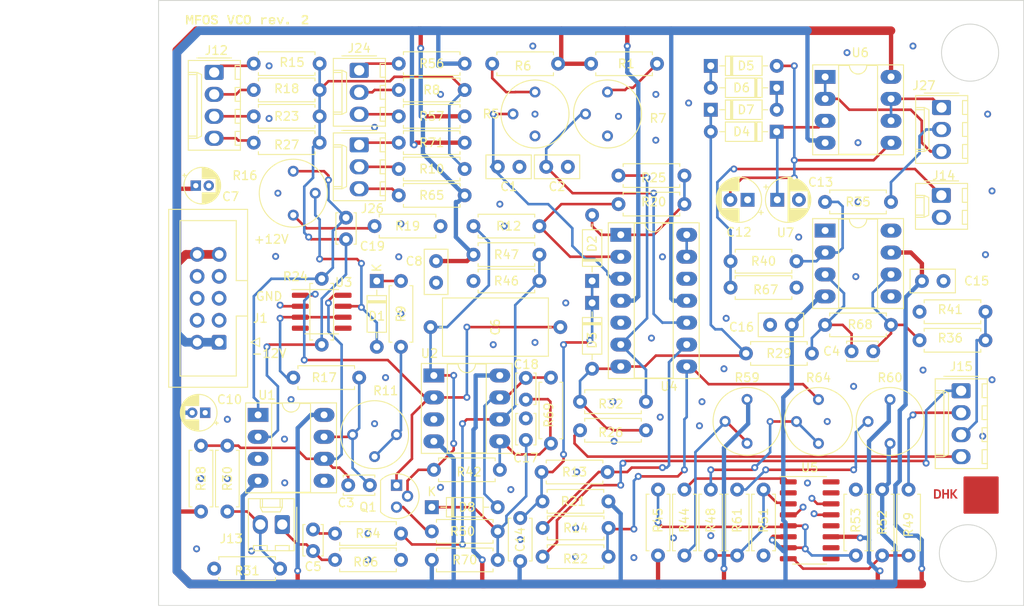
<source format=kicad_pcb>
(kicad_pcb (version 20211014) (generator pcbnew)
  (layers (0 "F.Cu" mixed) (1 "In1.Cu" power) (2 "In2.Cu" power) (31 "B.Cu" mixed) (34 "B.Paste" user) (35 "F.Paste" user) (36 "B.SilkS" user "B.Silkscreen") (37 "F.SilkS" user "F.Silkscreen") (38 "B.Mask" user) (39 "F.Mask" user) (44 "Edge.Cuts" user))
  (net 0 "")
  (net 1 "Net-(C1-Pad1)")
  (net 2 "GND")
  (net 3 "Net-(C2-Pad1)")
  (net 4 "Net-(C3-Pad1)")
  (net 5 "Net-(C3-Pad2)")
  (net 6 "Net-(C4-Pad1)")
  (net 7 "Net-(C4-Pad2)")
  (net 8 "SYNC")
  (net 9 "Net-(C5-Pad2)")
  (net 10 "Net-(C6-Pad1)")
  (net 11 "RAW")
  (net 12 "+12V")
  (net 13 "-12V")
  (net 14 "Net-(C12-Pad2)")
  (net 15 "Net-(C13-Pad1)")
  (net 16 "Net-(C14-Pad1)")
  (net 17 "Net-(C17-Pad1)")
  (net 18 "Net-(C18-Pad1)")
  (net 19 "Net-(C18-Pad2)")
  (net 20 "Net-(C19-Pad1)")
  (net 21 "Net-(C19-Pad2)")
  (net 22 "Net-(D1-Pad1)")
  (net 23 "Net-(D1-Pad2)")
  (net 24 "Net-(D2-Pad2)")
  (net 25 "Net-(D3-Pad2)")
  (net 26 "Net-(D5-Pad1)")
  (net 27 "Net-(D6-Pad1)")
  (net 28 "CV1")
  (net 29 "CV2")
  (net 30 "CV3")
  (net 31 "LIN")
  (net 32 "PWM")
  (net 33 "TRI")
  (net 34 "SIN")
  (net 35 "CV4")
  (net 36 "SQR")
  (net 37 "RMP")
  (net 38 "Net-(Q1-Pad3)")
  (net 39 "Net-(R1-Pad1)")
  (net 40 "/R2P1")
  (net 41 "/R2P2")
  (net 42 "/R3P1")
  (net 43 "/R3P2")
  (net 44 "Net-(R5-Pad3)")
  (net 45 "Net-(R11-Pad1)")
  (net 46 "Net-(R12-Pad2)")
  (net 47 "Net-(R13-Pad2)")
  (net 48 "Net-(R14-Pad2)")
  (net 49 "Net-(R17-Pad1)")
  (net 50 "Net-(R16-Pad3)")
  (net 51 "Net-(R25-Pad1)")
  (net 52 "Net-(R34-Pad2)")
  (net 53 "Net-(R35-Pad1)")
  (net 54 "/Sheet 2/R39P2")
  (net 55 "/Sheet 2/R39P1")
  (net 56 "Net-(R44-Pad1)")
  (net 57 "Net-(R44-Pad2)")
  (net 58 "Net-(R45-Pad2)")
  (net 59 "Net-(R48-Pad1)")
  (net 60 "Net-(R48-Pad2)")
  (net 61 "Net-(R49-Pad1)")
  (net 62 "/R3P3")
  (net 63 "Net-(R60-Pad2)")
  (net 64 "/R2P3")
  (net 65 "Net-(U4-Pad13)")
  (net 72 "/Sheet 2/R39P3")
  (footprint "Capacitor_THT:C_Disc_D5.0mm_W2.5mm_P2.50mm" (layer "F.Cu") (at 188.234 92.456)
    (fp_text reference "C15")
    (fp_text value "0.1uF")
  )
  (footprint "Connector_Molex:Molex_KK-254_AE-6410-03A_1x03_P2.54mm_Vertical" (layer "F.Cu") (at 190.5 72.39 -90)
    (fp_text reference "J27")
    (fp_text value "Conn_01x03")
  )
  (footprint "Resistor_THT:R_Axial_DIN0207_L6.3mm_D2.5mm_P7.62mm_Horizontal" (layer "F.Cu") (at 135.382 76.454 180)
    (fp_text reference "R71")
    (fp_text value "10k")
  )
  (footprint "Package_DIP:DIP-14_W7.62mm_Socket_LongPads" (layer "F.Cu") (at 153.426 87.112)
    (fp_text reference "U4")
    (fp_text value "TL074")
  )
  (footprint "Resistor_THT:R_Axial_DIN0207_L6.3mm_D2.5mm_P7.62mm_Horizontal" (layer "F.Cu") (at 156.337 106.426 180)
    (fp_text reference "R32")
    (fp_text value "10k")
  )
  (footprint "Resistor_THT:R_Axial_DIN0207_L6.3mm_D2.5mm_P7.62mm_Horizontal" (layer "F.Cu") (at 156.337 109.728 180)
    (fp_text reference "R26")
    (fp_text value "1k")
  )
  (footprint "Resistor_THT:R_Axial_DIN0207_L6.3mm_D2.5mm_P7.62mm_Horizontal" (layer "F.Cu") (at 114.046 125.73 180)
    (fp_text reference "R31")
    (fp_text value "100k")
  )
  (footprint "Resistor_THT:R_Axial_DIN0207_L6.3mm_D2.5mm_P7.62mm_Horizontal" (layer "F.Cu") (at 173.736 93.218 180)
    (fp_text reference "R67")
    (fp_text value "100k")
  )
  (footprint "Capacitor_THT:C_Disc_D3.4mm_W2.1mm_P2.50mm" (layer "F.Cu") (at 121.666 87.63 90)
    (fp_text reference "C19")
    (fp_text value "100pF")
  )
  (footprint "Resistor_THT:R_Axial_DIN0207_L6.3mm_D2.5mm_P7.62mm_Horizontal" (layer "F.Cu") (at 120.396 124.714)
    (fp_text reference "R66")
    (fp_text value "100k")
  )
  (footprint "Resistor_THT:R_Axial_DIN0207_L6.3mm_D2.5mm_P7.62mm_Horizontal" (layer "F.Cu") (at 153.162 80.259)
    (fp_text reference "R25")
    (fp_text value "10k")
  )
  (footprint "Resistor_THT:R_Axial_DIN0207_L6.3mm_D2.5mm_P7.62mm_Horizontal" (layer "F.Cu") (at 107.95 119.126 90)
    (fp_text reference "R30")
    (fp_text value "1M")
  )
  (footprint "Resistor_THT:R_Axial_DIN0207_L6.3mm_D2.5mm_P7.62mm_Horizontal" (layer "F.Cu") (at 166.878 116.586 -90)
    (fp_text reference "R61")
    (fp_text value "470k")
  )
  (footprint "kibuzzard-65B09543" (layer "F.Cu") (at 191.008 117.094)
    (fp_text reference "kibuzzard-65B09543" hide)
    (fp_text value "G***" hide)
  )
  (footprint "Diode_THT:D_DO-35_SOD27_P7.62mm_Horizontal" (layer "F.Cu") (at 150.114 92.451 90)
    (fp_text reference "D2")
    (fp_text value "1N914")
  )
  (footprint "Potentiometer_THT:Potentiometer_Bourns_3339P_Vertical" (layer "F.Cu") (at 184.55 111.25)
    (fp_text reference "R60")
    (fp_text value "100k")
  )
  (footprint "Capacitor_THT:CP_Radial_D5.0mm_P2.00mm" (layer "F.Cu") (at 168.087113 83.058 180)
    (fp_text reference "C12")
    (fp_text value "1uF")
  )
  (footprint "Resistor_THT:R_Axial_DIN0207_L6.3mm_D2.5mm_P7.62mm_Horizontal" (layer "F.Cu") (at 145.35 111.252 90)
    (fp_text reference "R69")
    (fp_text value "1M")
  )
  (footprint "Package_DIP:DIP-8_W7.62mm_Socket_LongPads" (layer "F.Cu") (at 131.816 103.388)
    (fp_text reference "U2")
    (fp_text value "TL072")
  )
  (footprint "Connector_Molex:Molex_KK-254_AE-6410-02A_1x02_P2.54mm_Vertical" (layer "F.Cu") (at 114.3 120.63 180)
    (fp_text reference "J13")
    (fp_text value "Conn_01x02")
  )
  (footprint "Diode_THT:D_DO-35_SOD27_P7.62mm_Horizontal" (layer "F.Cu") (at 171.45 75.184 180)
    (fp_text reference "D4")
    (fp_text value "1N914")
  )
  (footprint "Capacitor_THT:C_Disc_D5.0mm_W2.5mm_P2.50mm" (layer "F.Cu") (at 144.8075 79.248)
    (fp_text reference "C2")
    (fp_text value "0.1uF")
  )
  (footprint "Resistor_THT:R_Axial_DIN0207_L6.3mm_D2.5mm_P7.62mm_Horizontal" (layer "F.Cu") (at 144.375 117.95)
    (fp_text reference "R21")
    (fp_text value "20k")
  )
  (footprint "Diode_THT:D_DO-35_SOD27_P7.62mm_Horizontal" (layer "F.Cu") (at 125.222 92.456 -90)
    (fp_text reference "D1")
    (fp_text value "1N914")
  )
  (footprint "Resistor_THT:R_Axial_DIN0207_L6.3mm_D2.5mm_P7.62mm_Horizontal" (layer "F.Cu") (at 166.116 90.17)
    (fp_text reference "R40")
    (fp_text value "10k")
  )
  (footprint "Capacitor_THT:C_Disc_D4.7mm_W2.5mm_P5.00mm" (layer "F.Cu") (at 141.8 119.875 -90)
    (fp_text reference "C14")
    (fp_text value "0.002uF")
  )
  (footprint "Diode_THT:D_DO-35_SOD27_P7.62mm_Horizontal" (layer "F.Cu") (at 171.45 70.104 180)
    (fp_text reference "D6")
    (fp_text value "1N914")
  )
  (footprint "Capacitor_THT:C_Disc_D5.0mm_W2.5mm_P2.50mm" (layer "F.Cu") (at 139.212 79.248)
    (fp_text reference "C1")
    (fp_text value "0.1uF")
  )
  (footprint "Package_DIP:DIP-8_W7.62mm_Socket_LongPads" (layer "F.Cu") (at 177.048 86.624)
    (fp_text reference "U7")
    (fp_text value "TL071")
  )
  (footprint "Resistor_THT:R_Axial_DIN0207_L6.3mm_D2.5mm_P7.62mm_Horizontal" (layer "F.Cu") (at 177.038 83.312)
    (fp_text reference "R35")
    (fp_text value "10k")
  )
  (footprint "Resistor_THT:R_Axial_DIN0207_L6.3mm_D2.5mm_P7.62mm_Horizontal" (layer "F.Cu") (at 127.762 70.358)
    (fp_text reference "R8")
    (fp_text value "1M" hide)
  )
  (footprint "Package_DIP:DIP-8_W7.62mm_Socket_LongPads" (layer "F.Cu") (at 177.048 68.844)
    (fp_text reference "U6")
    (fp_text value "TL072")
  )
  (footprint "Resistor_THT:R_Axial_DIN0207_L6.3mm_D2.5mm_P7.62mm_Horizontal" (layer "F.Cu") (at 187.96 99.314)
    (fp_text reference "R36")
    (fp_text value "4.7k")
  )
  (footprint "Potentiometer_THT:Potentiometer_Bourns_3339P_Vertical" (layer "F.Cu") (at 143.51 75.677)
    (fp_text reference "R5")
    (fp_text value "10k")
  )
  (footprint "Capacitor_THT:C_Disc_D3.4mm_W2.1mm_P2.50mm" (layer "F.Cu") (at 117.856 123.698 90)
    (fp_text reference "C5")
    (fp_text value "0.001uF")
  )
  (footprint "Connector_Molex:Molex_KK-254_AE-6410-03A_1x03_P2.54mm_Vertical" (layer "F.Cu") (at 123.19 76.708 -90)
    (fp_text reference "J26")
    (fp_text value "Conn_01x03")
  )
  (footprint "Resistor_THT:R_Axial_DIN0207_L6.3mm_D2.5mm_P7.62mm_Horizontal" (layer "F.Cu") (at 144.018 89.408 180)
    (fp_text reference "R47")
    (fp_text value "10k")
  )
  (footprint "Resistor_THT:R_Axial_DIN0207_L6.3mm_D2.5mm_P7.62mm_Horizontal" (layer "F.Cu") (at 104.902 111.506 -90)
    (fp_text reference "R28")
    (fp_text value "1M")
  )
  (footprint "kibuzzard-660EFCED" (layer "F.Cu") (at 110.236 62.23)
    (fp_text reference "kibuzzard-660EFCED" hide)
    (fp_text value "G***" hide)
  )
  (footprint "Resistor_THT:R_Axial_DIN0207_L6.3mm_D2.5mm_P7.62mm_Horizontal" (layer "F.Cu") (at 131.826 114.3)
    (fp_text reference "R42")
    (fp_text value "10k")
  )
  (footprint "Connector_Molex:Molex_KK-254_AE-6410-04A_1x04_P2.54mm_Vertical" (layer "F.Cu") (at 192.766 105.156 -90)
    (fp_text reference "J15")
    (fp_text value "Conn_01x04")
  )
  (footprint "Resistor_THT:R_Axial_DIN0207_L6.3mm_D2.5mm_P7.62mm_Horizontal" (layer "F.Cu") (at 110.998 73.406)
    (fp_text reference "R23")
    (fp_text value "100k" hide)
  )
  (footprint "Resistor_THT:R_Axial_DIN0207_L6.3mm_D2.5mm_P7.62mm_Horizontal" (layer "F.Cu") (at 169.926 116.586 -90)
    (fp_text reference "R51")
    (fp_text value "1k")
  )
  (footprint "Connector_Molex:Molex_KK-254_AE-6410-04A_1x04_P2.54mm_Vertical" (layer "F.Cu") (at 106.426 68.326 -90)
    (fp_text reference "J12")
    (fp_text value "Conn_01x04")
  )
  (footprint "Potentiometer_THT:Potentiometer_Bourns_3339P_Vertical" (layer "F.Cu") (at 168.025 111.237)
    (fp_text reference "R59")
    (fp_text value "1M")
  )
  (footprint "Resistor_THT:R_Axial_DIN0207_L6.3mm_D2.5mm_P7.62mm_Horizontal" (layer "F.Cu") (at 177.038 97.536)
    (fp_text reference "R68")
    (fp_text value "10M")
  )
  (footprint "Capacitor_THT:C_Disc_D5.0mm_W2.5mm_P2.50mm" (layer "F.Cu") (at 173.188 97.536 180)
    (fp_text reference "C16")
    (fp_text value "0.1uF")
  )
  (footprint "Resistor_THT:R_Axial_DIN0207_L6.3mm_D2.5mm_P7.62mm_Horizontal" (layer "F.Cu") (at 118.618 70.358 180)
    (fp_text reference "R18")
    (fp_text value "100k" hide)
  )
  (footprint "Capacitor_THT:C_Axial_L12.0mm_D6.5mm_P15.00mm_Horizontal" (layer "F.Cu") (at 146.438 97.79 180)
    (fp_text reference "C6")
    (fp_text value ".005uF")
  )
  (footprint "Potentiometer_THT:Potentiometer_Bourns_3339P_Vertical" (layer "F.Cu") (at 127.508 110.236 90)
    (fp_text reference "R11")
    (fp_text value "100k")
  )
  (footprint "Resistor_THT:R_Axial_DIN0207_L6.3mm_D2.5mm_P7.62mm_Horizontal" (layer "F.Cu") (at 115.57 103.632)
    (fp_text reference "R17")
    (fp_text value "10k")
  )
  (footprint "Resistor_THT:R_Axial_DIN0207_L6.3mm_D2.5mm_P7.62mm_Horizontal" (layer "F.Cu") (at 136.398 86.106)
    (fp_text reference "R12")
    (fp_text value "10k")
  )
  (footprint "Capacitor_THT:C_Disc_D3.4mm_W2.1mm_P2.50mm" (layer "F.Cu") (at 180.106 100.584)
    (fp_text reference "C4")
    (fp_text value "10pF")
  )
  (footprint "Diode_THT:D_DO-35_SOD27_P7.62mm_Horizontal" (layer "F.Cu") (at 150.114 94.991 -90)
    (fp_text reference "D3")
    (fp_text value "1N914")
  )
  (footprint "Capacitor_THT:CP_Radial_D4.0mm_P1.50mm" (layer "F.Cu") (at 104.302401 81.425)
    (fp_text reference "C7")
    (fp_text value "10uF")
  )
  (footprint "Resistor_THT:R_Axial_DIN0207_L6.3mm_D2.5mm_P7.62mm_Horizontal" (layer "F.Cu") (at 180.594 124.206 90)
    (fp_text reference "R53")
    (fp_text value "130k")
  )
  (footprint "Resistor_THT:R_Axial_DIN0207_L6.3mm_D2.5mm_P7.62mm_Horizontal" (layer "F.Cu") (at 110.998 67.31)
    (fp_text reference "R15")
    (fp_text value "100k" hide)
  )
  (footprint "Resistor_THT:R_Axial_DIN0207_L6.3mm_D2.5mm_P7.62mm_Horizontal" (layer "F.Cu") (at 144.018 92.456 180)
    (fp_text reference "R46")
    (fp_text value "2k")
  )
  (footprint "Resistor_THT:R_Axial_DIN0207_L6.3mm_D2.5mm_P7.62mm_Horizontal" (layer "F.Cu") (at 195.58 96.012 180)
    (fp_text reference "R41")
    (fp_text value "3k")
  )
  (footprint "Resistor_THT:R_Axial_DIN0207_L6.3mm_D2.5mm_P7.62mm_Horizontal" (layer "F.Cu") (at 120.396 121.666)
    (fp_text reference "R34")
    (fp_text value "1k")
  )
  (footprint "Connector_IDC:IDC-Header_2x05_P2.54mm_Vertical" (layer "F.Cu") (at 107 99.54 180)
    (fp_text reference "J1")
    (fp_text value "Conn_02x05_Odd_Even")
  )
  (footprint "Resistor_THT:R_Axial_DIN0207_L6.3mm_D2.5mm_P7.62mm_Horizontal" (layer "F.Cu") (at 118.857 99.822 90)
    (fp_text reference "R24")
    (fp_text value "1.5k")
  )
  (footprint "Resistor_THT:R_Axial_DIN0207_L6.3mm_D2.5mm_P7.62mm_Horizontal" (layer "F.Cu") (at 144.4 121.025)
    (fp_text reference "R14")
    (fp_text value "20k")
  )
  (footprint "Capacitor_THT:CP_Radial_D5.0mm_P2.50mm" (layer "F.Cu") (at 171.514888 83.058)
    (fp_text reference "C13")
    (fp_text value "1uF")
  )
  (footprint "Resistor_THT:R_Axial_DIN0207_L6.3mm_D2.5mm_P7.62mm_Horizontal" (layer "F.Cu") (at 128.016 92.456 -90)
    (fp_text reference "R9")
    (fp_text value "4.7k")
  )
  (footprint "Resistor_THT:R_Axial_DIN0207_L6.3mm_D2.5mm_P7.62mm_Horizontal" (layer "F.Cu") (at 153.162 83.561)
    (fp_text reference "R20")
    (fp_text value "47k")
  )
  (footprint "LOGO" (layer "F.Cu") (at 195.072 117.348)
    (fp_text reference "G***" hide)
    (fp_text value "LOGO" hide)
  )
  (footprint "Package_SO:SOIC-8_3.9x4.9mm_P1.27mm" (layer "F.Cu") (at 118.857 96.012)
    (fp_text reference "U3")
    (fp_text value "SSM2212")
  )
  (footprint "Resistor_THT:R_Axial_DIN0207_L6.3mm_D2.5mm_P7.62mm_Horizontal" (layer "F.Cu") (at 138.5645 67.325)
    (fp_text reference "R6")
    (fp_text value "100k")
  )
  (footprint "Resistor_THT:R_Axial_DIN0207_L6.3mm_D2.5mm_P7.62mm_Horizontal" (layer "F.Cu") (at 131.582 121.422)
    (fp_text reference "R50")
    (fp_text value "100k")
  )
  (footprint "Resistor_THT:R_Axial_DIN0207_L6.3mm_D2.5mm_P7.62mm_Horizontal" (layer "F.Cu") (at 157.6145 67.325 180)
    (fp_text reference "R1")
    (fp_text value "10k")
  )
  (footprint "Resistor_THT:R_Axial_DIN0207_L6.3mm_D2.5mm_P7.62mm_Horizontal" (layer "F.Cu") (at 124.968 86.106)
    (fp_text reference "R19")
    (fp_text value "475")
  )
  (footprint "Resistor_THT:R_Axial_DIN0207_L6.3mm_D2.5mm_P7.62mm_Horizontal" (layer "F.Cu") (at 144.272 114.554)
    (fp_text reference "R13")
    (fp_text value "10k")
  )
  (footprint "Potentiometer_THT:Potentiometer_Bourns_3339P_Vertical" (layer "F.Cu") (at 115.57 79.756 180)
    (fp_text reference "R16")
    (fp_text value "100")
  )
  (footprint "Connector_Molex:Molex_KK-254_AE-6410-02A_1x02_P2.54mm_Vertical" (layer "F.Cu") (at 190.48 82.55 -90)
    (fp_text reference "J14")
    (fp_text value "Conn_01x02")
  )
  (footprint "Package_SO:SOIC-16_3.9x9.9mm_P1.27mm" (layer "F.Cu") (at 175.26 120.142)
    (fp_text reference "U5")
    (fp_text value "LM13700")
  )
  (footprint "Capacitor_THT:C_Disc_D3.4mm_W2.1mm_P2.50mm" (layer "F.Cu") (at 142.45 110.85 90)
    (fp_text reference "C17")
    (fp_text value "100pF")
  )
  (footprint "Capacitor_THT:C_Disc_D3.4mm_W2.1mm_P2.50mm" (layer "F.Cu") (at 121.92 116.078)
    (fp_text reference "C3")
    (fp_text value "100pF")
  )
  (footprint "Diode_THT:D_DO-35_SOD27_P7.62mm_Horizontal" (layer "F.Cu") (at 131.582 118.628)
    (fp_text reference "D8")
    (fp_text value "1N914")
  )
  (footprint "Diode_THT:D_DO-35_SOD27_P7.62mm_Horizontal" (layer "F.Cu") (at 163.83 67.57)
    (fp_text reference "D5")
    (fp_text value "1N914")
  )
  (footprint "Resistor_THT:R_Axial_DIN0207_L6.3mm_D2.5mm_P7.62mm_Horizontal" (layer "F.Cu") (at 167.894 100.838)
    (fp_text reference "R29")
    (fp_text value "100k")
  )
  (footprint "Potentiometer_THT:Potentiometer_Bourns_3339P_Vertical" (layer "F.Cu") (at 151.892 75.677)
    (fp_text reference "R7")
    (fp_text value "10k")
  )
  (footprint "Capacitor_THT:C_Disc_D5.0mm_W2.5mm_P2.50mm" (layer "F.Cu") (at 132.08 90.15 -90)
    (fp_text reference "C8")
    (fp_text value "0.1uF")
  )
  (footprint "Package_TO_SOT_THT:TO-92" (layer "F.Cu") (at 127.508 116.078 -90)
    (fp_text reference "Q1")
    (fp_text value "PN4391")
  )
  (footprint "Resistor_THT:R_Axial_DIN0207_L6.3mm_D2.5mm_P7.62mm_Horizontal" (layer "F.Cu") (at 163.83 116.586 -90)
    (fp_text reference "R48")
    (fp_text value "20k")
  )
  (footprint "Resistor_THT:R_Axial_DIN0207_L6.3mm_D2.5mm_P7.62mm_Horizontal" (layer "F.Cu") (at 127.762 82.55)
    (fp_text reference "R65")
    (fp_text value "47k")
  )
  (footprint "Potentiometer_THT:Potentiometer_Bourns_3339P_Vertical" (layer "F.Cu") (at 176.276 111.252)
    (fp_text reference "R64")
    (fp_text value "100k")
  )
  (footprint "Resistor_THT:R_Axial_DIN0207_L6.3mm_D2.5mm_P7.62mm_Horizontal" (layer "F.Cu") (at 152.01 124.35 180)
    (fp_text reference "R22")
    (fp_text value "1k")
  )
  (footprint "Resistor_THT:R_Axial_DIN0207_L6.3mm_D2.5mm_P7.62mm_Horizontal" (layer "F.Cu") (at 160.782 124.206 90)
    (fp_text reference "R44")
    (fp_text value "100k")
  )
  (footprint "Resistor_THT:R_Axial_DIN0207_L6.3mm_D2.5mm_P7.62mm_Horizontal" (layer "F.Cu") (at 127.762 79.502)
    (fp_text reference "R10")
    (fp_text value "100k" hide)
  )
  (footprint "Package_DIP:DIP-8_W7.62mm_Socket_LongPads" (layer "F.Cu") (at 111.506 107.95)
    (fp_text reference "U1")
    (fp_text value "OP275")
  )
  (footprint "Resistor_THT:R_Axial_DIN0207_L6.3mm_D2.5mm_P7.62mm_Horizontal" (layer "F.Cu") (at 127.762 73.406)
    (fp_text reference "R57")
    (fp_text value "200k")
  )
  (footprint "Diode_THT:D_DO-35_SOD27_P7.62mm_Horizontal" (layer "F.Cu") (at 163.83 72.644)
    (fp_text reference "D7")
    (fp_text value "1N914")
  )
  (footprint "Resistor_THT:R_Axial_DIN0207_L6.3mm_D2.5mm_P7.62mm_Horizontal" (layer "F.Cu") (at 157.734 124.206 90)
    (fp_text reference "R45")
    (fp_text value "1M")
  )
  (footprint "Capacitor_THT:CP_Radial_D4.0mm_P1.50mm" (layer "F.Cu") (at 105.386 107.696 180)
    (fp_text reference "C10")
    (fp_text value "10uF")
  )
  (footprint "Capacitor_THT:C_Disc_D3.4mm_W2.1mm_P2.50mm" (layer "F.Cu") (at 142.45 106.175 90)
    (fp_text reference "C18")
    (fp_text value "4.7pF")
  )
  (footprint "Resistor_THT:R_Axial_DIN0207_L6.3mm_D2.5mm_P7.62mm_Horizontal" (layer "F.Cu") (at 110.998 76.454)
    (fp_text reference "R27")
    (fp_text value "100k")
  )
  (footprint "Resistor_THT:R_Axial_DIN0207_L6.3mm_D2.5mm_P7.62mm_Horizontal" (layer "F.Cu") (at 183.642 124.206 90)
    (fp_text reference "R52")
    (fp_text value "4.7k")
  )
  (footprint "Connector_Molex:Molex_KK-254_AE-6410-03A_1x03_P2.54mm_Vertical" (layer "F.Cu") (at 123.19 68.087 -90)
    (fp_text reference "J24")
    (fp_text value "Conn_01x03")
  )
  (footprint "Resistor_THT:R_Axial_DIN0207_L6.3mm_D2.5mm_P7.62mm_Horizontal" (layer "F.Cu") (at 186.69 124.206 90)
    (fp_text reference "R49")
    (fp_text value "1k")
  )
  (footprint "Resistor_THT:R_Axial_DIN0207_L6.3mm_D2.5mm_P7.62mm_Horizontal" (layer "F.Cu") (at 131.582 124.724)
    (fp_text reference "R70")
    (fp_text value "18k")
  )
  (footprint "Resistor_THT:R_Axial_DIN0207_L6.3mm_D2.5mm_P7.62mm_Horizontal" (layer "F.Cu") (at 135.382 67.31 180)
    (fp_text reference "R56")
    (fp_text value "200k" hide)
  )
  (gr_rect (start 100 60) (end 200 130) (layer "Edge.Cuts") (width 0.1) (fill none))
  (gr_circle (center 193.802 66.04) (end 197.104 66.04) (layer "Edge.Cuts") (width 0.1) (fill none))
  (gr_circle (center 193.548 123.952) (end 196.85 123.952) (layer "Edge.Cuts") (width 0.1) (fill none))
  (gr_text "GND" (at 112.776 94.234) (layer "F.SilkS") (effects (font (size 1 1))))
  (gr_text "-12V" (at 112.776 100.838) (layer "F.SilkS") (effects (font (size 1 1))))
  (gr_text "+12V\n" (at 113.03 87.63) (layer "F.SilkS") (effects (font (size 1 1))))
  (segment (start 140.97 73.137) (end 138.699 73.137) (width 0.3) (layer "F.Cu") (net 1))
  (segment (start 138.699 73.137) (end 138.684 73.152) (width 0.3) (layer "F.Cu") (net 1))
  (via (at 138.684 73.152) (size 0.8) (drill 0.4) (layers "F.Cu" "B.Cu") (net 1))
  (segment (start 149.352 89.916) (end 150.368 89.916) (width 0.3) (layer "B.Cu") (net 1))
  (segment (start 145.034 83.566) (end 147.828 86.36) (width 0.3) (layer "B.Cu") (net 1))
  (segment (start 138.684 73.152) (end 138.684 79.0015) (width 0.3) (layer "B.Cu") (net 1))
  (segment (start 138.4375 79.248) (end 142.7555 83.566) (width 0.3) (layer "B.Cu") (net 1))
  (segment (start 147.828 88.392) (end 149.352 89.916) (width 0.3) (layer "B.Cu") (net 1))
  (segment (start 147.828 86.36) (end 147.828 88.392) (width 0.3) (layer "B.Cu") (net 1))
  (segment (start 142.7555 83.566) (end 145.034 83.566) (width 0.3) (layer "B.Cu") (net 1))
  (segment (start 151.892 91.44) (end 151.892 91.694) (width 0.3) (layer "B.Cu") (net 1))
  (segment (start 152.39 92.192) (end 153.426 92.192) (width 0.3) (layer "B.Cu") (net 1))
  (segment (start 151.892 91.694) (end 152.39 92.192) (width 0.3) (layer "B.Cu") (net 1))
  (segment (start 150.368 89.916) (end 151.892 91.44) (width 0.3) (layer "B.Cu") (net 1))
  (segment (start 138.684 79.0015) (end 138.4375 79.248) (width 0.3) (layer "B.Cu") (net 1))
  (segment (start 176.149 118.237) (end 175.514 117.602) (width 0.3) (layer "F.Cu") (net 2))
  (segment (start 114.173 95.377) (end 114.046 95.25) (width 0.3) (layer "F.Cu") (net 2))
  (segment (start 173.609 119.507) (end 174.498 118.618) (width 0.3) (layer "F.Cu") (net 2))
  (segment (start 175.895 119.507) (end 175.768 119.38) (width 0.3) (layer "F.Cu") (net 2))
  (segment (start 116.382 95.377) (end 114.173 95.377) (width 0.3) (layer "F.Cu") (net 2))
  (segment (start 177.735 119.507) (end 175.895 119.507) (width 0.3) (layer "F.Cu") (net 2))
  (segment (start 177.735 118.237) (end 176.149 118.237) (width 0.3) (layer "F.Cu") (net 2))
  (segment (start 172.785 119.507) (end 173.609 119.507) (width 0.3) (layer "F.Cu") (net 2))
  (via (at 175.768 119.38) (size 0.8) (drill 0.4) (layers "F.Cu" "B.Cu") (net 2))
  (via (at 195.58 89.408) (size 0.8) (drill 0.4) (layers "F.Cu" "B.Cu") (net 2))
  (via (at 163.83 121.92) (size 0.8) (drill 0.4) (layers "F.Cu" "B.Cu") (net 2))
  (via (at 162.520123 109.208814) (size 0.8) (drill 0.4) (layers "F.Cu" "B.Cu") (net 2))
  (via (at 104.394 123.444) (size 0.8) (drill 0.4) (layers "F.Cu" "B.Cu") (net 2))
  (via (at 188.363883 102.76037) (size 0.8) (drill 0.4) (layers "F.Cu" "B.Cu") (net 2))
  (via (at 159.512 122.174) (size 0.8) (drill 0.4) (layers "F.Cu" "B.Cu") (net 2))
  (via (at 174.498 118.618) (size 0.8) (drill 0.4) (layers "F.Cu" "B.Cu") (net 2))
  (via (at 152.654 110.998) (size 0.8) (drill 0.4) (layers "F.Cu" "B.Cu") (net 2))
  (via (at 175.514 117.602) (size 0.8) (drill 0.4) (layers "F.Cu" "B.Cu") (net 2))
  (via (at 156.972 99.06) (size 0.8) (drill 0.4) (layers "F.Cu" "B.Cu") (net 2))
  (via (at 157.471341 76.16679) (size 0.8) (drill 0.4) (layers "F.Cu" "B.Cu") (net 2))
  (via (at 132.588 70.866) (size 0.8) (drill 0.4) (layers "F.Cu" "B.Cu") (net 2))
  (via (at 173.99 87.376) (size 0.8) (drill 0.4) (layers "F.Cu" "B.Cu") (net 2))
  (via (at 128.016 96.266) (size 0.8) (drill 0.4) (layers "F.Cu" "B.Cu") (net 2))
  (via (at 141.8 122.375) (size 0.8) (drill 0.4) (layers "F.Cu" "B.Cu") (net 2))
  (via (at 180.34 104.648) (size 0.8) (drill 0.4) (layers "F.Cu" "B.Cu") (net 2))
  (via (at 124.968 74.676) (size 0.8) (drill 0.4) (layers "F.Cu" "B.Cu") (net 2))
  (via (at 195.834 73.152) (size 0.8) (drill 0.4) (layers "F.Cu" "B.Cu") (net 2))
  (via (at 113.792 82.296) (size 0.8) (drill 0.4) (layers "F.Cu" "B.Cu") (net 2))
  (via (at 107.95 108.458) (size 0.8) (drill 0.4) (layers "F.Cu" "B.Cu") (net 2))
  (via (at 177.292 108.712) (size 0.8) (drill 0.4) (layers "F.Cu" "B.Cu") (net 2))
  (via (at 157.48 70.866) (size 0.8) (drill 0.4) (layers "F.Cu" "B.Cu") (net 2))
  (via (at 147.066 94.996) (size 0.8) (drill 0.4) (layers "F.Cu" "B.Cu") (net 2))
  (via (at 180.594 91.948) (size 0.8) (drill 0.4) (layers "F.Cu" "B.Cu") (net 2))
  (via (at 113.531949 89.613544) (size 0.8) (drill 0.4) (layers "F.Cu" "B.Cu") (net 2))
  (via (at 162.814 106.426) (size 0.8) (drill 0.4) (layers "F.Cu" "B.Cu") (net 2))
  (via (at 114.581695 115.807221) (size 0.8) (drill 0.4) (layers "F.Cu" "B.Cu") (net 2))
  (via (at 127.762 89.662) (size 0.8) (drill 0.4) (layers "F.Cu" "B.Cu") (net 2))
  (via (at 152.527 106.426) (size 0.8) (drill 0.4) (layers "F.Cu" "B.Cu") (net 2))
  (via (at 148.21 121.025) (size 0.8) (drill 0.4) (layers "F.Cu" "B.Cu") (net 2))
  (via (at 128.016 85.852) (size 0.8) (drill 0.4) (layers "F.Cu" "B.Cu") (net 2))
  (via (at 195.262218 110.408524) (size 0.8) (drill 0.4) (layers "F.Cu" "B.Cu") (net 2))
  (via (at 114.046 95.25) (size 0.8) (drill 0.4) (layers "F.Cu" "B.Cu") (net 2))
  (via (at 153.162 73.406) (size 0.8) (drill 0.4) (layers "F.Cu" "B.Cu") (net 2))
  (via (at 154.94 124.46) (size 0.8) (drill 0.4) (layers "F.Cu" "B.Cu") (net 2))
  (via (at 148.2 124.35) (size 0.8) (drill 0.4) (layers "F.Cu" "B.Cu") (net 2))
  (via (at 104.902 115.316) (size 0.8) (drill 0.4) (layers "F.Cu" "B.Cu") (net 2))
  (via (at 140.716 116.586) (size 0.8) (drill 0.4) (layers "F.Cu" "B.Cu") (net 2))
  (via (at 107.95 115.316) (size 0.8) (drill 0.4) (layers "F.Cu" "B.Cu") (net 2))
  (via (at 187.198 65.278) (size 0.8) (drill 0.4) (layers "F.Cu" "B.Cu") (net 2))
  (via (at 126.238 103.632) (size 0.8) (drill 0.4) (layers "F.Cu" "B.Cu") (net 2))
  (via (at 148.336 114.554) (size 0.8) (drill 0.4) (layers "F.Cu" "B.Cu") (net 2))
  (via (at 143.51 73.152) (size 0.8) (drill 0.4) (layers "F.Cu" "B.Cu") (net 2))
  (via (at 143.51 99.568) (size 0.8) (drill 0.4) (layers "F.Cu" "B.Cu") (net 2))
  (via (at 180.848 83.312) (size 0.8) (drill 0.4) (layers "F.Cu" "B.Cu") (net 2))
  (via (at 158.242 89.662) (size 0.8) (drill 0.4) (layers "F.Cu" "B.Cu") (net 2))
  (via (at 196.342 82.042) (size 0.8) (drill 0.4) (layers "F.Cu" "B.Cu") (net 2))
  (via (at 180.848 76.454) (size 0.8) (drill 0.4) (layers "F.Cu" "B.Cu") (net 2))
  (via (at 157.988 108.204) (size 0.8) (drill 0.4) (layers "F.Cu" "B.Cu") (net 2))
  (via (at 196.342 103.886) (size 0.8) (drill 0.4) (layers "F.Cu" "B.Cu") (net 2))
  (via (at 114.554 110.744) (size 0.8) (drill 0.4) (layers "F.Cu" "B.Cu") (net 2))
  (via (at 139.446 83.566) (size 0.8) (drill 0.4) (layers "F.Cu" "B.Cu") (net 2))
  (via (at 138.684 99.822) (size 0.8) (drill 0.4) (layers "F.Cu" "B.Cu") (net 2))
  (via (at 165.354 102.616) (size 0.8) (drill 0.4) (layers "F.Cu" "B.Cu") (net 2))
  (via (at 115.316 106.172) (size 0.8) (drill 0.4) (layers "F.Cu" "B.Cu") (net 2))
  (via (at 124.968 108.966) (size 0.8) (drill 0.4) (layers "F.Cu" "B.Cu") (net 2))
  (via (at 112.776 73.66) (size 0.8) (drill 0.4) (layers "F.Cu" "B.Cu") (net 2))
  (via (at 143.256 65.278) (size 0.8) (drill 0.4) (layers "F.Cu" "B.Cu") (net 2))
  (via (at 132.588 116.332) (size 0.8) (drill 0.4) (layers "F.Cu" "B.Cu") (net 2))
  (via (at 124.206 121.666) (size 0.8) (drill 0.4) (layers "F.Cu" "B.Cu") (net 2))
  (via (at 112.776 67.564) (size 0.8) (drill 0.4) (layers "F.Cu" "B.Cu") (net 2))
  (via (at 139.954 86.106) (size 0.8) (drill 0.4) (layers "F.Cu" "B.Cu") (net 2))
  (via (at 165.608 96.774) (size 0.8) (drill 0.4) (layers "F.Cu" "B.Cu") (net 2))
  (via (at 175.006 115.824) (size 0.8) (drill 0.4) (layers "F.Cu" "B.Cu") (net 2))
  (via (at 179.578 66.04) (size 0.8) (drill 0.4) (layers "F.Cu" "B.Cu") (net 2))
  (via (at 161.270424 71.867828) (size 0.8) (drill 0.4) (layers "F.Cu" "B.Cu") (net 2))
  (via (at 110.744 123.698) (size 0.8) (drill 0.4) (layers "F.Cu" "B.Cu") (net 2))
  (via (at 124.206 124.714) (size 0.8) (drill 0.4) (layers "F.Cu" "B.Cu") (net 2))
  (segment (start 147.8555 82.296) (end 157.226 82.296) (width 0.3) (layer "F.Cu") (net 3))
  (segment (start 144.8075 79.248) (end 147.8555 82.296) (width 0.3) (layer "F.Cu") (net 3))
  (via (at 157.226 82.296) (size 0.8) (drill 0.4) (layers "F.Cu" "B.Cu") (net 3))
  (segment (start 158.242 97.282) (end 158.252 97.272) (width 0.3) (layer "B.Cu") (net 3))
  (segment (start 158.252 97.272) (end 161.046 97.272) (width 0.3) (layer "B.Cu") (net 3))
  (segment (start 157.226 82.296) (end 157.226 96.266) (width 0.3) (layer "B.Cu") (net 3))
  (segment (start 144.8075 77.1885) (end 149.098 72.898) (width 0.3) (layer "B.Cu") (net 3))
  (segment (start 144.8075 79.248) (end 144.8075 77.1885) (width 0.3) (layer "B.Cu") (net 3))
  (segment (start 157.226 96.266) (end 158.242 97.282) (width 0.3) (layer "B.Cu") (net 3))
  (segment (start 120.269 94.107) (end 119.634 94.742) (width 0.3) (layer "F.Cu") (net 4))
  (segment (start 117.094 113.03) (end 119.126 113.03) (width 0.3) (layer "F.Cu") (net 4))
  (segment (start 120.904 114.046) (end 121.92 115.062) (width 0.3) (layer "F.Cu") (net 4))
  (segment (start 120.894 114.056) (end 120.904 114.046) (width 0.3) (layer "F.Cu") (net 4))
  (segment (start 109.22 111.506) (end 109.474 111.76) (width 0.3) (layer "F.Cu") (net 4))
  (segment (start 121.92 115.062) (end 121.92 116.078) (width 0.3) (layer "F.Cu") (net 4))
  (segment (start 107.95 111.506) (end 109.22 111.506) (width 0.3) (layer "F.Cu") (net 4))
  (segment (start 120.152 114.056) (end 120.894 114.056) (width 0.3) (layer "F.Cu") (net 4))
  (segment (start 121.332 94.107) (end 120.269 94.107) (width 0.3) (layer "F.Cu") (net 4))
  (segment (start 119.634 94.742) (end 119.634 94.996) (width 0.3) (layer "F.Cu") (net 4))
  (segment (start 115.824 111.76) (end 117.094 113.03) (width 0.3) (layer "F.Cu") (net 4))
  (segment (start 119.126 113.03) (end 120.152 114.056) (width 0.3) (layer "F.Cu") (net 4))
  (segment (start 109.474 111.76) (end 115.824 111.76) (width 0.3) (layer "F.Cu") (net 4))
  (segment (start 104.902 111.506) (end 107.95 111.506) (width 0.3) (layer "F.Cu") (net 4))
  (via (at 119.634 94.996) (size 0.8) (drill 0.4) (layers "F.Cu" "B.Cu") (net 4))
  (segment (start 119.634 94.996) (end 119.634 98.298) (width 0.3) (layer "B.Cu") (net 4))
  (segment (start 121.158 99.822) (end 121.158 112.522) (width 0.3) (layer "B.Cu") (net 4))
  (segment (start 120.65 113.03) (end 119.126 113.03) (width 0.3) (layer "B.Cu") (net 4))
  (segment (start 119.634 98.298) (end 121.158 99.822) (width 0.3) (layer "B.Cu") (net 4))
  (segment (start 121.158 112.522) (end 120.65 113.03) (width 0.3) (layer "B.Cu") (net 4))
  (segment (start 119.126 110.49) (end 122.174 110.49) (width 0.3) (layer "F.Cu") (net 5))
  (segment (start 122.174 110.49) (end 122.428 110.236) (width 0.3) (layer "F.Cu") (net 5))
  (segment (start 122.428 110.236) (end 123.19 109.474) (width 0.3) (layer "B.Cu") (net 5))
  (segment (start 122.428 114.086) (end 124.42 116.078) (width 0.3) (layer "B.Cu") (net 5))
  (segment (start 123.19 109.474) (end 123.19 103.632) (width 0.3) (layer "B.Cu") (net 5))
  (segment (start 122.428 110.236) (end 122.428 114.086) (width 0.3) (layer "B.Cu") (net 5))
  (segment (start 177.038 97.536) (end 179.07 97.536) (width 0.3) (layer "F.Cu") (net 6))
  (segment (start 179.07 97.536) (end 180.106 98.572) (width 0.3) (layer "F.Cu") (net 6))
  (segment (start 180.106 98.572) (end 180.106 100.584) (width 0.3) (layer "F.Cu") (net 6))
  (segment (start 175.514 100.838) (end 175.514 99.06) (width 0.3) (layer "B.Cu") (net 6))
  (segment (start 177.038 97.536) (end 179.225 95.349) (width 0.3) (layer "B.Cu") (net 6))
  (segment (start 179.225 93.881) (end 177.048 91.704) (width 0.3) (layer "B.Cu") (net 6))
  (segment (start 175.514 99.06) (end 177.038 97.536) (width 0.3) (layer "B.Cu") (net 6))
  (segment (start 179.225 95.349) (end 179.225 93.881) (width 0.3) (layer "B.Cu") (net 6))
  (segment (start 184.658 97.536) (end 186.182 97.536) (width 0.3) (layer "F.Cu") (net 7))
  (segment (start 184.658 98.532) (end 184.658 97.536) (width 0.3) (layer "F.Cu") (net 7))
  (segment (start 182.606 100.584) (end 184.658 98.532) (width 0.3) (layer "F.Cu") (net 7))
  (segment (start 186.182 97.536) (end 187.96 99.314) (width 0.3) (layer "F.Cu") (net 7))
  (segment (start 182.55 95.428) (end 182.55 93.822) (width 0.3) (layer "B.Cu") (net 7))
  (segment (start 182.55 93.822) (end 184.668 91.704) (width 0.3) (layer "B.Cu") (net 7))
  (segment (start 184.658 97.536) (end 182.55 95.428) (width 0.3) (layer "B.Cu") (net 7))
  (segment (start 117.094 122.936) (end 116.078 122.936) (width 0.3) (layer "F.Cu") (net 8))
  (segment (start 117.856 123.698) (end 117.094 122.936) (width 0.3) (layer "F.Cu") (net 8))
  (segment (start 116.078 122.936) (end 114.808 121.666) (width 0.3) (layer "F.Cu") (net 8))
  (segment (start 118.872 124.714) (end 120.396 124.714) (width 0.3) (layer "F.Cu") (net 8))
  (segment (start 117.856 123.698) (end 118.872 124.714) (width 0.3) (layer "F.Cu") (net 8))
  (segment (start 114.808 121.666) (end 114.808 121.158) (width 0.3) (layer "F.Cu") (net 8))
  (segment (start 117.856 121.198) (end 118.15 121.198) (width 0.3) (layer "F.Cu") (net 9))
  (segment (start 118.618 121.666) (end 120.396 121.666) (width 0.3) (layer "F.Cu") (net 9))
  (segment (start 118.15 121.198) (end 118.618 121.666) (width 0.3) (layer "F.Cu") (net 9))
  (segment (start 116.84 101.6) (end 126.492 101.6) (width 0.3) (layer "F.Cu") (net 10))
  (segment (start 129.286 113.03) (end 129.286 107.95) (width 0.3) (layer "F.Cu") (net 10))
  (segment (start 135.626 105.928) (end 135.636 105.918) (width 0.3) (layer "F.Cu") (net 10))
  (segment (start 131.816 105.928) (end 135.626 105.928) (width 0.3) (layer "F.Cu") (net 10))
  (segment (start 116.382 94.107) (end 117.983 94.107) (width 0.3) (layer "F.Cu") (net 10))
  (segment (start 130.82 105.928) (end 131.816 105.928) (width 0.3) (layer "F.Cu") (net 10))
  (segment (start 117.983 94.107) (end 118.11 93.98) (width 0.3) (layer "F.Cu") (net 10))
  (segment (start 127.508 116.078) (end 127.508 114.808) (width 0.3) (layer "F.Cu") (net 10))
  (segment (start 131.308 105.928) (end 131.816 105.928) (width 0.3) (layer "F.Cu") (net 10))
  (segment (start 129.286 107.95) (end 131.308 105.928) (width 0.3) (layer "F.Cu") (net 10))
  (segment (start 127.508 114.808) (end 129.286 113.03) (width 0.3) (layer "F.Cu") (net 10))
  (segment (start 135.636 97.79) (end 146.438 97.79) (width 0.3) (layer "F.Cu") (net 10))
  (segment (start 126.492 101.6) (end 130.82 105.928) (width 0.3) (layer "F.Cu") (net 10))
  (via (at 116.84 101.6) (size 0.8) (drill 0.4) (layers "F.Cu" "B.Cu") (net 10))
  (via (at 135.636 105.918) (size 0.8) (drill 0.4) (layers "F.Cu" "B.Cu") (net 10))
  (via (at 135.636 97.79) (size 0.8) (drill 0.4) (layers "F.Cu" "B.Cu") (net 10))
  (via (at 118.11 93.98) (size 0.8) (drill 0.4) (layers "F.Cu" "B.Cu") (net 10))
  (segment (start 116.84 94.742) (end 116.84 101.6) (width 0.3) (layer "B.Cu") (net 10))
  (segment (start 135.636 105.918) (end 135.636 97.79) (width 0.3) (layer "B.Cu") (net 10))
  (segment (start 117.602 93.98) (end 116.84 94.742) (width 0.3) (layer "B.Cu") (net 10))
  (segment (start 118.11 93.98) (end 117.602 93.98) (width 0.3) (layer "B.Cu") (net 10))
  (segment (start 128.778 117.348) (end 128.778 115.57) (width 0.3) (layer "F.Cu") (net 11))
  (segment (start 131.826 114.3) (end 134.112 112.014) (width 0.3) (layer "F.Cu") (net 11))
  (segment (start 130.048 114.3) (end 131.826 114.3) (width 0.3) (layer "F.Cu") (net 11))
  (segment (start 131.826 103.378) (end 131.816 103.388) (width 0.3) (layer "F.Cu") (net 11))
  (segment (start 128.778 115.57) (end 130.048 114.3) (width 0.3) (layer "F.Cu") (net 11))
  (segment (start 134.112 112.014) (end 134.112 111.252) (width 0.3) (layer "F.Cu") (net 11))
  (segment (start 134.112 103.378) (end 131.826 103.378) (width 0.3) (layer "F.Cu") (net 11))
  (via (at 134.112 103.378) (size 0.8) (drill 0.4) (layers "F.Cu" "B.Cu") (net 11))
  (via (at 134.112 111.252) (size 0.8) (drill 0.4) (layers "F.Cu" "B.Cu") (net 11))
  (segment (start 131.438 97.79) (end 133.35 97.79) (width 0.3) (layer "B.Cu") (net 11))
  (segment (start 131.438 97.79) (end 131.438 103.01) (width 0.3) (layer "B.Cu") (net 11))
  (segment (start 138.176 92.964) (end 138.176 87.884) (width 0.3) (layer "B.Cu") (net 11))
  (segment (start 138.176 87.884) (end 136.398 86.106) (width 0.3) (layer "B.Cu") (net 11))
  (segment (start 133.35 97.79) (end 138.176 92.964) (width 0.3) (layer "B.Cu") (net 11))
  (segment (start 131.438 103.01) (end 131.816 103.388) (width 0.3) (layer "B.Cu") (net 11))
  (segment (start 134.112 111.252) (end 134.112 103.378) (width 0.3) (layer "B.Cu") (net 11))
  (segment (start 165.354 125.73) (end 165.354 127.254) (width 0.5) (layer "F.Cu") (net 12))
  (segment (start 146.543 67.325) (end 146.543 63.515) (width 0.5) (layer "F.Cu") (net 12))
  (segment (start 146.543 63.515) (end 146.558 63.5) (width 0.5) (layer "F.Cu") (net 12))
  (segment (start 102.108 119.126) (end 102.108 125.984) (width 1) (layer "F.Cu") (net 12))
  (segment (start 103.632 127.508) (end 116.205 127.508) (width 1) (layer "F.Cu") (net 12))
  (segment (start 132.08 90.15) (end 135.656 90.15) (width 0.5) (layer "F.Cu") (net 12))
  (segment (start 102.108 125.984) (end 103.632 127.508) (width 1) (layer "F.Cu") (net 12))
  (segment (start 116.078 125.984) (end 116.078 127.254) (width 0.5) (layer "F.Cu") (net 12))
  (segment (start 184.668 89.164) (end 186.954 89.164) (width 0.5) (layer "F.Cu") (net 12))
  (segment (start 154.178 63.754) (end 153.924 63.5) (width 0.5) (layer "F.Cu") (net 12))
  (segment (start 104.46 89.38) (end 103.152 89.38) (width 1) (layer "F.Cu") (net 12))
  (segment (start 137.414 124.714) (end 137.414 127.254) (width 0.5) (layer "F.Cu") (net 12))
  (segment (start 186.954 89.164) (end 188.234 90.444) (width 0.5) (layer "F.Cu") (net 12))
  (segment (start 188.234 90.444) (end 188.234 92.456) (width 0.5) (layer "F.Cu") (net 12))
  (segment (start 165.1 127.508) (end 182.626 127.508) (width 1) (layer "F.Cu") (net 12))
  (segment (start 157.607 127.508) (end 164.973 127.508) (width 1) (layer "F.Cu") (net 12))
  (segment (start 135.656 90.15) (end 136.398 89.408) (width 0.5) (layer "F.Cu") (net 12))
  (segment (start 188.214 125.73) (end 188.214 127) (width 0.5) (layer "F.Cu") (net 12))
  (segment (start 180.975 122.047) (end 181.102 122.174) (width 0.5) (layer "F.Cu") (net 12))
  (segment (start 135.382 73.406) (end 130.556 73.406) (width 0.5) (layer "F.Cu") (net 12))
  (segment (start 183.134 125.984) (end 183.134 127) (width 0.5) (layer "F.Cu") (net 12))
  (segment (start 130.302 63.5) (end 146.558 63.5) (width 1) (layer "F.Cu") (net 12))
  (segment (start 177.735 122.047) (end 180.975 122.047) (width 0.5) (layer "F.Cu") (net 12))
  (segment (start 107 89.38) (end 104.46 89.38) (width 1) (layer "F.Cu") (net 12))
  (segment (start 182.626 127.508) (end 188.214 127.508) (width 1) (layer "F.Cu") (net 12))
  (segment (start 184.668 68.844) (end 184.668 63.51) (width 0.5) (layer "F.Cu") (net 12))
  (segment (start 182.88 127.254) (end 182.626 127.508) (width 0.5) (layer "F.Cu") (net 12))
  (segment (start 146.558 63.5) (end 153.924 63.5) (width 1) (layer "F.Cu") (net 12))
  (segment (start 157.734 124.206) (end 157.734 127) (width 0.5) (layer "F.Cu") (net 12))
  (segment (start 175.26 63.5) (end 184.658 63.5) (width 1) (layer "F.Cu") (net 12))
  (segment (start 104.394 63.5) (end 130.302 63.5) (width 1) (layer "F.Cu") (net 12))
  (segment (start 157.48 127.254) (end 157.734 127.508) (width 0.5) (layer "F.Cu") (net 12))
  (segment (start 184.668 63.51) (end 184.658 63.5) (width 0.5) (layer "F.Cu") (net 12))
  (segment (start 146.1845 67.325) (end 149.9945 67.325) (width 0.5) (layer "F.Cu") (net 12))
  (segment (start 154.178 65.278) (end 154.178 63.754) (width 0.5) (layer "F.Cu") (net 12))
  (segment (start 153.924 63.5) (end 175.26 63.5) (width 1) (layer "F.Cu") (net 12))
  (segment (start 104.902 119.126) (end 102.108 119.126) (width 0.5) (layer "F.Cu") (net 12))
  (segment (start 102.108 90.424) (end 102.108 119.126) (width 1) (layer "F.Cu") (net 12))
  (segment (start 102.108 90.424) (end 102.108 81.788) (width 1) (layer "F.Cu") (net 12))
  (segment (start 103.925401 81.788) (end 102.108 81.788) (width 0.5) (layer "F.Cu") (net 12))
  (segment (start 137.414 127.508) (end 157.988 127.508) (width 1) (layer "F.Cu") (net 12))
  (segment (start 102.108 81.788) (end 102.108 65.786) (width 1) (layer "F.Cu") (net 12))
  (segment (start 103.152 89.38) (end 102.108 90.424) (width 1) (layer "F.Cu") (net 12))
  (segment (start 116.332 127.508) (end 137.668 127.508) (width 1) (layer "F.Cu") (net 12))
  (segment (start 130.302 65.532) (end 130.302 63.5) (width 0.5) (layer "F.Cu") (net 12))
  (segment (start 102.108 65.786) (end 104.394 63.5) (width 1) (layer "F.Cu") (net 12))
  (via (at 154.178 65.278) (size 0.8) (drill 0.4) (layers "F.Cu" "B.Cu") (net 12))
  (via (at 183.388 125.984) (size 0.8) (drill 0.4) (layers "F.Cu" "B.Cu") (net 12))
  (via (at 165.354 125.73) (size 0.8) (drill 0.4) (layers "F.Cu" "B.Cu") (net 12))
  (via (at 137.414 124.714) (size 0.8) (drill 0.4) (layers "F.Cu" "B.Cu") (net 12))
  (via (at 181.102 122.174) (size 0.8) (drill 0.4) (layers "F.Cu" "B.Cu") (net 12))
  (via (at 130.302 65.532) (size 0.8) (drill 0.4) (layers "F.Cu" "B.Cu") (net 12))
  (via (at 116.078 125.984) (size 0.8) (drill 0.4) (layers "F.Cu" "B.Cu") (net 12))
  (via (at 188.214 125.73) (size 0.8) (drill 0.4) (layers "F.Cu" "B.Cu") (net 12))
  (via (at 130.556 73.406) (size 0.8) (drill 0.4) (layers "F.Cu" "B.Cu") (net 12))
  (segment (start 182.118 124.968) (end 183.134 125.984) (width 0.5) (layer "B.Cu") (net 12))
  (segment (start 184.404 106.157) (end 184.404 108.712) (width 0.5) (layer "B.Cu") (net 12))
  (segment (start 136.398 123.698) (end 137.414 124.714) (width 0.5) (layer "B.Cu") (net 12))
  (segment (start 154.95 94.732) (end 155.448 94.234) (width 0.5) (layer "B.Cu") (net 12))
  (segment (start 135.382 82.55) (end 134.62 83.312) (width 0.5) (layer "B.Cu") (net 12))
  (segment (start 136.652 103.388) (end 136.652 109.406082) (width 0.5) (layer "B.Cu") (net 12))
  (segment (start 165.354 111.76) (end 165.354 125.73) (width 0.5) (layer "B.Cu") (net 12))
  (segment (start 168.148 106.157) (end 168.148 108.966) (width 0.5) (layer "B.Cu") (net 12))
  (segment (start 186.348 94.342) (end 186.348 106.768) (width 0.5) (layer "B.Cu") (net 12))
  (segment (start 182.118 110.998) (end 184.404 108.712) (width 0.5) (layer "B.Cu") (net 12))
  (segment (start 186.436 121.92) (end 187.706 121.92) (width 0.5) (layer "B.Cu") (net 12))
  (segment (start 116.078 109.474) (end 117.602 107.95) (width 0.5) (layer "B.Cu") (net 12))
  (segment (start 155.448 94.234) (end 155.448 69.596) (width 0.5) (layer "B.Cu") (net 12))
  (segment (start 188.234 92.456) (end 186.348 94.342) (width 0.5) (layer "B.Cu") (net 12))
  (segment (start 182.118 122.428) (end 182.118 124.968) (width 0.5) (layer "B.Cu") (net 12))
  (segment (start 154.178 68.326) (end 154.178 65.278) (width 0.5) (layer "B.Cu") (net 12))
  (segment (start 139.436 103.388) (end 136.652 103.388) (width 0.5) (layer "B.Cu") (net 12))
  (segment (start 130.302 73.406) (end 130.302 65.532) (width 0.5) (layer "B.Cu") (net 12))
  (segment (start 185.166 116.078) (end 185.166 120.65) (width 0.5) (layer "B.Cu") (net 12))
  (segment (start 155.448 69.596) (end 154.178 68.326) (width 0.5) (layer "B.Cu") (net 12))
  (segment (start 181.102 122.174) (end 181.864 122.174) (width 0.5) (layer "B.Cu") (net 12))
  (segment (start 165.354 111.76) (end 168.148 108.966) (width 0.5) (layer "B.Cu") (net 12))
  (segment (start 134.366 83.312) (end 134.366 87.376) (width 0.5) (layer "B.Cu") (net 12))
  (segment (start 187.706 121.92) (end 188.214 122.428) (width 0.5) (layer "B.Cu") (net 12))
  (segment (start 116.078 125.984) (end 116.078 109.474) (width 0.5) (layer "B.Cu") (net 12))
  (segment (start 185.674 107.442) (end 185.674 115.57) (width 0.5) (layer "B.Cu") (net 12))
  (segment (start 134.366 87.376) (end 136.398 89.408) (width 0.5) (layer "B.Cu") (net 12))
  (segment (start 136.652 109.406082) (end 136.398 109.660082) (width 0.5) (layer "B.Cu") (net 12))
  (segment (start 153.426 94.732) (end 154.95 94.732) (width 0.5) (layer "B.Cu") (net 12))
  (segment (start 136.398 109.660082) (end 136.398 123.698) (width 0.5) (layer "B.Cu") (net 12))
  (segment (start 117.602 107.95) (end 119.126 107.95) (width 0.5) (layer "B.Cu") (net 12))
  (segment (start 185.674 115.57) (end 185.166 116.078) (width 0.5) (layer "B.Cu") (net 12))
  (segment (start 182.118 110.998) (end 182.118 122.428) (width 0.5) (layer "B.Cu") (net 12))
  (segment (start 185.674 107.442) (end 186.348 106.768) (width 0.5) (layer "B.Cu") (net 12))
  (segment (start 188.214 122.428) (end 188.214 125.73) (width 0.5) (layer "B.Cu") (net 12))
  (segment (start 185.166 120.65) (end 186.436 121.92) (width 0.5) (layer "B.Cu") (net 12))
  (segment (start 130.556 77.724) (end 135.382 82.55) (width 0.5) (layer "B.Cu") (net 12))
  (segment (start 130.556 73.406) (end 130.556 77.724) (width 0.5) (layer "B.Cu") (net 12))
  (segment (start 181.864 122.174) (end 182.118 122.428) (width 0.5) (layer "B.Cu") (net 12))
  (segment (start 172.785 122.047) (end 171.069 122.047) (width 0.5) (layer "F.Cu") (net 13))
  (segment (start 129.794 76.454) (end 129.54 76.708) (width 0.5) (layer "F.Cu") (net 13))
  (segment (start 171.069 122.047) (end 170.942 122.174) (width 0.5) (layer "F.Cu") (net 13))
  (segment (start 129.794 76.454) (end 135.382 76.454) (width 0.5) (layer "F.Cu") (net 13))
  (segment (start 170.942 122.174) (end 170.942 122.428) (width 0.5) (layer "F.Cu") (net 13))
  (via (at 170.942 122.428) (size 0.8) (drill 0.4) (layers "F.Cu" "B.Cu") (net 13))
  (via (at 129.54 76.708) (size 0.8) (drill 0.4) (layers "F.Cu" "B.Cu") (net 13))
  (segment (start 176.48 94.244) (end 177.048 94.244) (width 0.5) (layer "B.Cu") (net 13))
  (segment (start 184.404 111.237) (end 184.404 115.824) (width 0.5) (layer "B.Cu") (net 13))
  (segment (start 132.588 67.564) (end 132.842 67.31) (width 0.5) (layer "B.Cu") (net 13))
  (segment (start 176.784 76.2) (end 175.26 76.2) (width 0.5) (layer "B.Cu") (net 13))
  (segment (start 161.036 94.742) (end 159.512 94.742) (width 0.5) (layer "B.Cu") (net 13))
  (segment (start 185.166 123.19) (end 185.166 127.254) (width 0.5) (layer "B.Cu") (net 13))
  (segment (start 173.188 97.536) (end 176.48 94.244) (width 0.5) (layer "B.Cu") (net 13))
  (segment (start 130.048 63.5) (end 159.258 63.5) (width 1) (layer "B.Cu") (net 13))
  (segment (start 153.416 127.508) (end 171.958 127.508) (width 1) (layer "B.Cu") (net 13))
  (segment (start 132.09 111.008) (end 134.112 113.03) (width 0.5) (layer "B.Cu") (net 13))
  (segment (start 172.212 120.142) (end 172.466 120.396) (width 0.5) (layer "B.Cu") (net 13))
  (segment (start 131.816 111.008) (end 132.09 111.008) (width 0.5) (layer "B.Cu") (net 13))
  (segment (start 102.108 98.552) (end 102.108 107.696) (width 1) (layer "B.Cu") (net 13))
  (segment (start 129.286 63.5) (end 130.048 63.5) (width 1) (layer "B.Cu") (net 13))
  (segment (start 173.188 104.942) (end 172.212 105.918) (width 0.5) (layer "B.Cu") (net 13))
  (segment (start 134.112 113.03) (end 134.112 127) (width 0.5) (layer "B.Cu") (net 13))
  (segment (start 103.096 99.54) (end 102.108 98.552) (width 1) (layer "B.Cu") (net 13))
  (segment (start 175.006 75.946) (end 175.006 63.5) (width 0.5) (layer "B.Cu") (net 13))
  (segment (start 172.466 123.698) (end 172.466 127) (width 0.5) (layer "B.Cu") (net 13))
  (segment (start 161.046 94.732) (end 161.036 94.742) (width 0.5) (layer "B.Cu") (net 13))
  (segment (start 102.108 125.984) (end 102.108 107.696) (width 1) (layer "B.Cu") (net 13))
  (segment (start 153.162 127.254) (end 153.416 127.508) (width 0.5) (layer "B.Cu") (net 13))
  (segment (start 175.26 76.2) (end 175.006 75.946) (width 0.5) (layer "B.Cu") (net 13))
  (segment (start 132.334 63.754) (end 132.588 63.5) (width 0.5) (layer "B.Cu") (net 13))
  (segment (start 130.048 63.5) (end 132.588 63.5) (width 1) (layer "B.Cu") (net 13))
  (segment (start 109.728 127) (end 109.728 117.348) (width 0.5) (layer "B.Cu") (net 13))
  (segment (start 131.064 127.508) (end 133.604 127.508) (width 1) (layer "B.Cu") (net 13))
  (segment (start 129.286 76.708) (end 129.286 63.5) (width 0.5) (layer "B.Cu") (net 13))
  (segment (start 131.582 124.724) (end 131.582 126.99) (width 0.5) (layer "B.Cu") (net 13))
  (segment (start 172.212 123.698) (end 172.466 123.698) (width 0.5) (layer "B.Cu") (net 13))
  (segment (start 110.744 127.508) (end 103.632 127.508) (width 1) (layer "B.Cu") (net 13))
  (segment (start 103.886 107.696) (end 102.108 107.696) (width 0.5) (layer "B.Cu") (net 13))
  (segment (start 107 99.54) (end 104.46 99.54) (width 1) (layer "B.Cu") (net 13))
  (segment (start 104.648 63.5) (end 129.286 63.5) (width 1) (layer "B.Cu") (net 13))
  (segment (start 159.258 94.488) (end 159.258 63.5) (width 0.5) (layer "B.Cu") (net 13))
  (segment (start 132.842 67.31) (end 135.382 67.31) (width 0.5) (layer "B.Cu") (net 13))
  (segment (start 173.188 97.536) (end 173.188 104.942) (width 0.5) (layer "B.Cu") (net 13))
  (segment (start 172.212 127.254) (end 171.958 127.508) (width 0.5) (layer "B.Cu") (net 13))
  (segment (start 141.732 125.182) (end 141.732 127.254) (width 0.5) (layer "B.Cu") (net 13))
  (segment (start 132.334 67.564) (end 132.334 63.754) (width 0.5) (layer "B.Cu") (net 13))
  (segment (start 133.604 127.508) (end 141.478 127.508) (width 1) (layer "B.Cu") (net 13))
  (segment (start 131.328 127.244) (end 131.064 127.508) (width 0.5) (layer "B.Cu") (net 13))
  (segment (start 109.728 117.348) (end 111.506 115.57) (width 0.5) (layer "B.Cu") (net 13))
  (segment (start 183.642 121.666) (end 185.166 123.19) (width 0.5) (layer "B.Cu") (net 13))
  (segment (start 172.212 105.918) (end 172.212 120.142) (width 0.5) (layer "B.Cu") (net 13))
  (segment (start 141.478 127.508) (end 153.416 127.508) (width 1) (layer "B.Cu") (net 13))
  (segment (start 177.048 76.464) (end 176.784 76.2) (width 0.5) (layer "B.Cu") (net 13))
  (segment (start 171.958 127.508) (end 184.912 127.508) (width 1) (layer "B.Cu") (net 13))
  (segment (start 151.892 117.856) (end 153.416 119.38) (width 0.5) (layer "B.Cu") (net 13))
  (segment (start 172.466 120.396) (end 172.466 123.698) (width 0.5) (layer "B.Cu") (net 13))
  (segment (start 103.632 127.508) (end 102.108 125.984) (width 1) (layer "B.Cu") (net 13))
  (segment (start 184.404 115.824) (end 183.642 116.586) (width 0.5) (layer "B.Cu") (net 13))
  (segment (start 102.108 98.552) (end 102.108 66.04) (width 1) (layer "B.Cu") (net 13))
  (segment (start 104.46 99.54) (end 103.096 99.54) (width 1) (layer "B.Cu") (net 13))
  (segment (start 133.858 127.254) (end 133.604 127.508) (width 0.5) (layer "B.Cu") (net 13))
  (segment (start 159.512 94.742) (end 159.258 94.488) (width 0.5) (layer "B.Cu") (net 13))
  (segment (start 170.942 122.428) (end 172.212 123.698) (width 0.5) (layer "B.Cu") (net 13))
  (segment (start 102.108 66.04) (end 104.648 63.5) (width 1) (layer "B.Cu") (net 13))
  (segment (start 159.258 63.5) (end 175.006 63.5) (width 1) (layer "B.Cu") (net 13))
  (segment (start 183.642 116.586) (end 183.642 121.666) (width 0.5) (layer "B.Cu") (net 13))
  (segment (start 110.998 127.508) (end 131.572 127.508) (width 1) (layer "B.Cu") (net 13))
  (segment (start 153.416 119.38) (end 153.416 127) (width 0.5) (layer "B.Cu") (net 13))
  (segment (start 173.476 67.57) (end 173.482 67.564) (width 0.3) (layer "F.Cu") (net 14))
  (segment (start 182.646 78.486) (end 184.668 76.464) (width 0.3) (layer "F.Cu") (net 14))
  (segment (start 167.495743 80.518) (end 173.482 80.518) (width 0.3) (layer "F.Cu") (net 14))
  (segment (start 166.087113 83.058) (end 166.087113 81.92663) (width 0.3) (layer "F.Cu") (net 14))
  (segment (start 166.087113 81.92663) (end 167.495743 80.518) (width 0.3) (layer "F.Cu") (net 14))
  (segment (start 171.45 67.57) (end 173.476 67.57) (width 0.3) (layer "F.Cu") (net 14))
  (segment (start 173.482 78.486) (end 182.646 78.486) (width 0.3) (layer "F.Cu") (net 14))
  (via (at 173.482 67.564) (size 0.8) (drill 0.4) (layers "F.Cu" "B.Cu") (net 14))
  (via (at 173.482 80.518) (size 0.8) (drill 0.4) (layers "F.Cu" "B.Cu") (net 14))
  (via (at 173.482 78.486) (size 0.8) (drill 0.4) (layers "F.Cu" "B.Cu") (net 14))
  (segment (start 173.482 67.564) (end 173.482 78.486) (width 0.3) (layer "B.Cu") (net 14))
  (segment (start 173.482 80.518) (end 173.482 78.486) (width 0.3) (layer "B.Cu") (net 14))
  (segment (start 176.296 74.676) (end 177.048 73.924) (width 0.3) (layer "F.Cu") (net 15))
  (segment (start 171.45 74.676) (end 176.296 74.676) (width 0.3) (layer "F.Cu") (net 15))
  (segment (start 171.514888 75.248888) (end 171.45 75.184) (width 0.3) (layer "B.Cu") (net 15))
  (segment (start 171.514888 83.058) (end 171.514888 75.248888) (width 0.3) (layer "B.Cu") (net 15))
  (segment (start 147.066 99.568) (end 149.86 99.568) (width 0.3) (layer "F.Cu") (net 16))
  (segment (start 144.272 114.554) (end 145.542 114.554) (width 0.3) (layer "F.Cu") (net 16))
  (segment (start 145.542 114.554) (end 146.812 113.284) (width 0.3) (layer "F.Cu") (net 16))
  (segment (start 146.812 99.822) (end 147.066 99.568) (width 0.3) (layer "F.Cu") (net 16))
  (segment (start 149.86 99.568) (end 149.86 99.314) (width 0.3) (layer "F.Cu") (net 16))
  (segment (start 146.812 113.284) (end 146.812 112.522) (width 0.3) (layer "F.Cu") (net 16))
  (via (at 146.812 112.522) (size 0.8) (drill 0.4) (layers "F.Cu" "B.Cu") (net 16))
  (via (at 149.86 99.314) (size 0.8) (drill 0.4) (layers "F.Cu" "B.Cu") (net 16))
  (via (at 146.812 99.822) (size 0.8) (drill 0.4) (layers "F.Cu" "B.Cu") (net 16))
  (segment (start 141.732 120.182) (end 144.058 117.856) (width 0.3) (layer "B.Cu") (net 16))
  (segment (start 144.058 117.856) (end 144.272 117.856) (width 0.3) (layer "B.Cu") (net 16))
  (segment (start 150.114 99.06) (end 150.114 94.991) (width 0.3) (layer "B.Cu") (net 16))
  (segment (start 150.114 92.451) (end 150.114 94.991) (width 0.3) (layer "B.Cu") (net 16))
  (segment (start 149.86 99.314) (end 150.114 99.06) (width 0.3) (layer "B.Cu") (net 16))
  (segment (start 144.272 114.554) (end 144.272 117.856) (width 0.3) (layer "B.Cu") (net 16))
  (segment (start 146.812 112.522) (end 146.812 99.822) (width 0.3) (layer "B.Cu") (net 16))
  (segment (start 136.408 118.628) (end 139.202 121.422) (width 0.3) (layer "F.Cu") (net 17))
  (segment (start 131.582 118.628) (end 136.408 118.628) (width 0.3) (layer "F.Cu") (net 17))
  (segment (start 140.208 119.634) (end 142.494 117.348) (width 0.3) (layer "B.Cu") (net 17))
  (segment (start 139.202 124.724) (end 139.202 121.422) (width 0.3) (layer "B.Cu") (net 17))
  (segment (start 139.202 121.422) (end 140.208 120.416) (width 0.3) (layer "B.Cu") (net 17))
  (segment (start 140.208 120.416) (end 140.208 119.634) (width 0.3) (layer "B.Cu") (net 17))
  (segment (start 142.494 117.348) (end 142.494 110.704) (width 0.3) (layer "B.Cu") (net 17))
  (segment (start 139.436 111.008) (end 139.71 111.008) (width 0.3) (layer "F.Cu") (net 18))
  (segment (start 144.018 112.522) (end 145.288 111.252) (width 0.3) (layer "F.Cu") (net 18))
  (segment (start 139.71 111.008) (end 141.224 112.522) (width 0.3) (layer "F.Cu") (net 18))
  (segment (start 144.994 106.132) (end 145.288 106.426) (width 0.3) (layer "F.Cu") (net 18))
  (segment (start 141.224 112.522) (end 144.018 112.522) (width 0.3) (layer "F.Cu") (net 18))
  (segment (start 142.494 106.132) (end 144.994 106.132) (width 0.3) (layer "F.Cu") (net 18))
  (segment (start 145.288 106.426) (end 145.288 111.252) (width 0.3) (layer "F.Cu") (net 18))
  (segment (start 139.436 111.008) (end 139.436 114.29) (width 0.3) (layer "B.Cu") (net 18))
  (segment (start 139.436 114.29) (end 139.446 114.3) (width 0.3) (layer "B.Cu") (net 18))
  (segment (start 140.198 105.928) (end 142.494 103.632) (width 0.3) (layer "F.Cu") (net 19))
  (segment (start 139.436 105.928) (end 140.198 105.928) (width 0.3) (layer "F.Cu") (net 19))
  (segment (start 142.494 103.632) (end 145.288 103.632) (width 0.3) (layer "F.Cu") (net 19))
  (segment (start 138.684 105.918) (end 137.668 106.934) (width 0.3) (layer "B.Cu") (net 19))
  (segment (start 137.668 117.094) (end 139.202 118.628) (width 0.3) (layer "B.Cu") (net 19))
  (segment (start 137.668 106.934) (end 137.668 117.094) (width 0.3) (layer "B.Cu") (net 19))
  (segment (start 139.446 105.918) (end 138.684 105.918) (width 0.3) (layer "B.Cu") (net 19))
  (segment (start 139.436 105.928) (end 139.446 105.918) (width 0.3) (layer "B.Cu") (net 19))
  (segment (start 119.634 69.342) (end 126.746 69.342) (width 0.3) (layer "F.Cu") (net 20))
  (segment (start 118.618 70.358) (end 119.634 69.342) (width 0.3) (layer "F.Cu") (net 20))
  (segment (start 121.666 87.63) (end 117.602 87.63) (width 0.3) (layer "F.Cu") (net 20))
  (segment (start 112.522 100.076) (end 112.776 99.822) (width 0.3) (layer "F.Cu") (net 20))
  (segment (start 117.602 87.63) (end 117.348 87.376) (width 0.3) (layer "F.Cu") (net 20))
  (segment (start 133.858 68.834) (end 135.382 70.358) (width 0.3) (layer "F.Cu") (net 20))
  (segment (start 127.254 68.834) (end 133.858 68.834) (width 0.3) (layer "F.Cu") (net 20))
  (segment (start 126.746 69.342) (end 127.254 68.834) (width 0.3) (layer "F.Cu") (net 20))
  (segment (start 112.776 99.822) (end 118.857 99.822) (width 0.3) (layer "F.Cu") (net 20))
  (via (at 112.522 100.076) (size 0.8) (drill 0.4) (layers "F.Cu" "B.Cu") (net 20))
  (via (at 117.348 87.376) (size 0.8) (drill 0.4) (layers "F.Cu" "B.Cu") (net 20))
  (segment (start 116.84 81.534) (end 117.856 80.518) (width 0.3) (layer "B.Cu") (net 20))
  (segment (start 113.03 110.49) (end 111.506 110.49) (width 0.3) (layer "B.Cu") (net 20))
  (segment (start 121.666 91.694) (end 121.666 87.63) (width 0.3) (layer "B.Cu") (net 20))
  (segment (start 118.618 70.358) (end 118.618 73.406) (width 0.3) (layer "B.Cu") (net 20))
  (segment (start 117.856 80.518) (end 117.856 76.962) (width 0.3) (layer "B.Cu") (net 20))
  (segment (start 113.792 109.728) (end 113.03 110.49) (width 0.3) (layer "B.Cu") (net 20))
  (segment (start 116.84 86.868) (end 116.84 81.534) (width 0.3) (layer "B.Cu") (net 20))
  (segment (start 133.604 77.724) (end 135.382 79.502) (width 0.3) (layer "B.Cu") (net 20))
  (segment (start 113.792 104.648) (end 113.792 109.728) (width 0.3) (layer "B.Cu") (net 20))
  (segment (start 118.618 73.406) (end 118.618 76.454) (width 0.3) (layer "B.Cu") (net 20))
  (segment (start 118.857 99.822) (end 118.857 94.503) (width 0.3) (layer "B.Cu") (net 20))
  (segment (start 133.604 72.136) (end 133.604 77.724) (width 0.3) (layer "B.Cu") (net 20))
  (segment (start 118.618 67.564) (end 118.618 70.358) (width 0.3) (layer "B.Cu") (net 20))
  (segment (start 118.857 94.503) (end 121.666 91.694) (width 0.3) (layer "B.Cu") (net 20))
  (segment (start 135.382 70.358) (end 133.604 72.136) (width 0.3) (layer "B.Cu") (net 20))
  (segment (start 112.522 103.378) (end 113.792 104.648) (width 0.3) (layer "B.Cu") (net 20))
  (segment (start 117.348 87.376) (end 116.84 86.868) (width 0.3) (layer "B.Cu") (net 20))
  (segment (start 112.522 100.076) (end 112.522 103.378) (width 0.3) (layer "B.Cu") (net 20))
  (segment (start 117.856 76.962) (end 118.618 76.2) (width 0.3) (layer "B.Cu") (net 20))
  (segment (start 119.634 80.264) (end 119.634 80.772) (width 0.3) (layer "F.Cu") (net 21))
  (segment (start 115.57 79.756) (end 119.126 79.756) (width 0.3) (layer "F.Cu") (net 21))
  (segment (start 119.126 79.756) (end 119.634 80.264) (width 0.3) (layer "F.Cu") (net 21))
  (via (at 119.634 80.772) (size 0.8) (drill 0.4) (layers "F.Cu" "B.Cu") (net 21))
  (segment (start 119.634 83.098) (end 121.666 85.13) (width 0.3) (layer "B.Cu") (net 21))
  (segment (start 111.506 106.426) (end 111.506 107.95) (width 0.3) (layer "B.Cu") (net 21))
  (segment (start 110.998 105.918) (end 111.506 106.426) (width 0.3) (layer "B.Cu") (net 21))
  (segment (start 111.008 94.224) (end 111.008 105.908) (width 0.3) (layer "B.Cu") (net 21))
  (segment (start 120.142 90.917) (end 120.142 86.654) (width 0.3) (layer "B.Cu") (net 21))
  (segment (start 111.008 105.908) (end 110.998 105.918) (width 0.3) (layer "B.Cu") (net 21))
  (segment (start 119.634 80.772) (end 119.634 83.098) (width 0.3) (layer "B.Cu") (net 21))
  (segment (start 113.03 92.202) (end 118.857 92.202) (width 0.3) (layer "B.Cu") (net 21))
  (segment (start 111.008 94.224) (end 113.03 92.202) (width 0.3) (layer "B.Cu") (net 21))
  (segment (start 120.142 86.654) (end 121.666 85.13) (width 0.3) (layer "B.Cu") (net 21))
  (segment (start 118.857 92.202) (end 120.142 90.917) (width 0.3) (layer "B.Cu") (net 21))
  (segment (start 125.222 92.456) (end 128.016 92.456) (width 0.3) (layer "F.Cu") (net 22))
  (segment (start 123.317 95.377) (end 121.332 95.377) (width 0.3) (layer "F.Cu") (net 23))
  (segment (start 118.618 89.916) (end 122.936 89.916) (width 0.3) (layer "F.Cu") (net 23))
  (segment (start 123.317 90.297) (end 123.444 90.424) (width 0.3) (layer "F.Cu") (net 23))
  (segment (start 122.936 89.916) (end 123.317 90.297) (width 0.3) (layer "F.Cu") (net 23))
  (via (at 123.444 90.424) (size 0.8) (drill 0.4) (layers "F.Cu" "B.Cu") (net 23))
  (via (at 118.618 89.916) (size 0.8) (drill 0.4) (layers "F.Cu" "B.Cu") (net 23))
  (via (at 123.444 95.504) (size 0.8) (drill 0.4) (layers "F.Cu" "B.Cu") (net 23))
  (segment (start 125.222 97.282) (end 125.222 100.076) (width 0.3) (layer "B.Cu") (net 23))
  (segment (start 123.444 95.504) (end 125.222 97.282) (width 0.3) (layer "B.Cu") (net 23))
  (segment (start 118.11 82.296) (end 118.11 84.836) (width 0.3) (layer "B.Cu") (net 23))
  (segment (start 118.11 84.836) (end 118.618 85.344) (width 0.3) (layer "B.Cu") (net 23))
  (segment (start 123.444 90.424) (end 123.444 95.504) (width 0.3) (layer "B.Cu") (net 23))
  (segment (start 118.618 85.344) (end 118.618 89.916) (width 0.3) (layer "B.Cu") (net 23))
  (segment (start 150.114 86.101) (end 151.13 87.117) (width 0.3) (layer "F.Cu") (net 24))
  (segment (start 153.426 87.112) (end 157.231 87.112) (width 0.3) (layer "F.Cu") (net 24))
  (segment (start 151.135 87.112) (end 153.426 87.112) (width 0.3) (layer "F.Cu") (net 24))
  (segment (start 157.231 87.112) (end 160.782 83.561) (width 0.3) (layer "F.Cu") (net 24))
  (segment (start 151.13 87.117) (end 151.135 87.112) (width 0.3) (layer "F.Cu") (net 24))
  (segment (start 150.114 84.831) (end 150.114 86.101) (width 0.3) (layer "F.Cu") (net 24))
  (segment (start 160.782 80.259) (end 160.782 83.561) (width 0.3) (layer "B.Cu") (net 24))
  (segment (start 150.114 102.611) (end 153.167 102.611) (width 0.3) (layer "F.Cu") (net 25))
  (segment (start 152.527 109.728) (end 156.337 109.728) (width 0.3) (layer "F.Cu") (net 25))
  (segment (start 157.48 101.092) (end 167.64 101.092) (width 0.3) (layer "F.Cu") (net 25))
  (segment (start 152.273 109.474) (end 152.527 109.728) (width 0.3) (layer "F.Cu") (net 25))
  (segment (start 156.22 102.352) (end 157.48 101.092) (width 0.3) (layer "F.Cu") (net 25))
  (segment (start 148.717 106.426) (end 151.765 109.474) (width 0.3) (layer "F.Cu") (net 25))
  (segment (start 151.765 109.474) (end 152.273 109.474) (width 0.3) (layer "F.Cu") (net 25))
  (segment (start 167.64 101.092) (end 167.894 100.838) (width 0.3) (layer "F.Cu") (net 25))
  (segment (start 153.426 102.352) (end 156.22 102.352) (width 0.3) (layer "F.Cu") (net 25))
  (segment (start 153.167 102.611) (end 153.426 102.352) (width 0.3) (layer "F.Cu") (net 25))
  (segment (start 148.717 106.426) (end 148.717 104.008) (width 0.3) (layer "B.Cu") (net 25))
  (segment (start 148.717 104.008) (end 150.114 102.611) (width 0.3) (layer "B.Cu") (net 25))
  (segment (start 165.1 98.044) (end 167.894 100.838) (width 0.3) (layer "B.Cu") (net 25))
  (segment (start 163.83 72.39) (end 163.83 74.676) (width 0.3) (layer "B.Cu") (net 25))
  (segment (start 164.338 98.044) (end 165.1 98.044) (width 0.3) (layer "B.Cu") (net 25))
  (segment (start 163.83 97.536) (end 164.338 98.044) (width 0.3) (layer "B.Cu") (net 25))
  (segment (start 163.83 74.676) (end 163.83 97.536) (width 0.3) (layer "B.Cu") (net 25))
  (segment (start 163.83 67.57) (end 163.83 70.104) (width 0.3) (layer "B.Cu") (net 26))
  (segment (start 171.45 70.104) (end 171.45 72.39) (width 0.3) (layer "B.Cu") (net 27))
  (segment (start 106.426 68.326) (end 107.188 67.564) (width 0.3) (layer "F.Cu") (net 28))
  (segment (start 107.188 67.564) (end 110.998 67.564) (width 0.3) (layer "F.Cu") (net 28))
  (segment (start 106.426 70.866) (end 108.966 70.866) (width 0.3) (layer "F.Cu") (net 29))
  (segment (start 108.966 70.866) (end 109.474 70.358) (width 0.3) (layer "F.Cu") (net 29))
  (segment (start 109.474 70.358) (end 110.998 70.358) (width 0.3) (layer "F.Cu") (net 29))
  (segment (start 106.426 73.406) (end 110.998 73.406) (width 0.3) (layer "F.Cu") (net 30))
  (segment (start 107.95 119.126) (end 110.256 119.126) (width 0.3) (layer "F.Cu") (net 31))
  (segment (start 110.256 119.126) (end 111.76 120.63) (width 0.3) (layer "F.Cu") (net 31))
  (segment (start 111.76 120.63) (end 111.76 123.444) (width 0.3) (layer "B.Cu") (net 31))
  (segment (start 114.046 125.73) (end 111.76 123.444) (width 0.3) (layer "B.Cu") (net 31))
  (segment (start 166.497 79.502) (end 187.432 79.502) (width 0.3) (layer "F.Cu") (net 32))
  (segment (start 187.432 79.502) (end 190.48 82.55) (width 0.3) (layer "F.Cu") (net 32))
  (via (at 166.497 79.502) (size 0.8) (drill 0.4) (layers "F.Cu" "B.Cu") (net 32))
  (segment (start 166.116 90.17) (end 166.116 86.614) (width 0.3) (layer "B.Cu") (net 32))
  (segment (start 164.592 85.09) (end 164.592 81.026) (width 0.3) (layer "B.Cu") (net 32))
  (segment (start 164.592 81.026) (end 166.116 79.502) (width 0.3) (layer "B.Cu") (net 32))
  (segment (start 166.116 93.218) (end 166.116 90.17) (width 0.3) (layer "B.Cu") (net 32))
  (segment (start 166.116 86.614) (end 164.592 85.09) (width 0.3) (layer "B.Cu") (net 32))
  (segment (start 166.116 79.502) (end 166.497 79.502) (width 0.3) (layer "B.Cu") (net 32))
  (segment (start 146.05 122.682) (end 146.05 120.142) (width 0.3) (layer "F.Cu") (net 33))
  (segment (start 150.114 116.078) (end 153.416 116.078) (width 0.3) (layer "F.Cu") (net 33))
  (segment (start 144.272 124.46) (end 146.05 122.682) (width 0.3) (layer "F.Cu") (net 33))
  (segment (start 146.05 120.142) (end 150.114 116.078) (width 0.3) (layer "F.Cu") (net 33))
  (segment (start 153.67 113.538) (end 153.932 113.276) (width 0.3) (layer "F.Cu") (net 33))
  (segment (start 153.932 113.276) (end 188.4725 113.276) (width 0.3) (layer "F.Cu") (net 33))
  (segment (start 188.4725 113.276) (end 188.722 113.5255) (width 0.3) (layer "F.Cu") (net 33))
  (via (at 153.67 113.538) (size 0.8) (drill 0.4) (layers "F.Cu" "B.Cu") (net 33))
  (via (at 153.416 116.078) (size 0.8) (drill 0.4) (layers "F.Cu" "B.Cu") (net 33))
  (via (at 188.722 113.5255) (size 0.8) (drill 0.4) (layers "F.Cu" "B.Cu") (net 33))
  (segment (start 191.008 105.156) (end 192.766 105.156) (width 0.3) (layer "B.Cu") (net 33))
  (segment (start 153.416 116.078) (end 153.416 113.792) (width 0.3) (layer "B.Cu") (net 33))
  (segment (start 153.416 113.792) (end 153.67 113.538) (width 0.3) (layer "B.Cu") (net 33))
  (segment (start 188.722 113.5255) (end 188.722 107.442) (width 0.3) (layer "B.Cu") (net 33))
  (segment (start 188.722 107.442) (end 191.008 105.156) (width 0.3) (layer "B.Cu") (net 33))
  (segment (start 187.198 107.95) (end 187.452 107.696) (width 0.3) (layer "F.Cu") (net 34))
  (segment (start 187.452 107.696) (end 192.766 107.696) (width 0.3) (layer "F.Cu") (net 34))
  (via (at 187.198 107.95) (size 0.8) (drill 0.4) (layers "F.Cu" "B.Cu") (net 34))
  (segment (start 186.69 116.586) (end 186.69 108.458) (width 0.3) (layer "B.Cu") (net 34))
  (segment (start 186.69 108.458) (end 187.198 107.95) (width 0.3) (layer "B.Cu") (net 34))
  (segment (start 106.426 75.946) (end 108.966 75.946) (width 0.3) (layer "F.Cu") (net 35))
  (segment (start 109.22 76.2) (end 110.998 76.2) (width 0.3) (layer "F.Cu") (net 35))
  (segment (start 108.966 75.946) (end 109.22 76.2) (width 0.3) (layer "F.Cu") (net 35))
  (segment (start 193.04 110.236) (end 194.564 108.712) (width 0.3) (layer "B.Cu") (net 36))
  (segment (start 195.58 99.314) (end 194.564 99.314) (width 0.3) (layer "B.Cu") (net 36))
  (segment (start 194.564 108.712) (end 194.564 99.314) (width 0.3) (layer "B.Cu") (net 36))
  (segment (start 192.766 110.236) (end 193.04 110.236) (width 0.3) (layer "B.Cu") (net 36))
  (segment (start 195.58 96.012) (end 195.58 99.314) (width 0.3) (layer "B.Cu") (net 36))
  (segment (start 149.606 112.776) (end 192.766 112.776) (width 0.3) (layer "F.Cu") (net 37))
  (segment (start 148.717 109.728) (end 148.082 110.363) (width 0.3) (layer "F.Cu") (net 37))
  (segment (start 148.082 111.252) (end 149.606 112.776) (width 0.3) (layer "F.Cu") (net 37))
  (segment (start 148.082 110.363) (end 148.082 111.252) (width 0.3) (layer "F.Cu") (net 37))
  (segment (start 128.27 118.618) (end 131.074 121.422) (width 0.3) (layer "F.Cu") (net 38))
  (segment (start 127.508 118.618) (end 128.27 118.618) (width 0.3) (layer "F.Cu") (net 38))
  (segment (start 131.074 121.422) (end 131.582 121.422) (width 0.3) (layer "F.Cu") (net 38))
  (segment (start 154.178 70.104) (end 154.8355 70.104) (width 0.3) (layer "F.Cu") (net 39))
  (segment (start 153.924 70.358) (end 154.178 70.104) (width 0.3) (layer "F.Cu") (net 39))
  (segment (start 154.8355 70.104) (end 157.6145 67.325) (width 0.3) (layer "F.Cu") (net 39))
  (segment (start 151.638 70.358) (end 153.924 70.358) (width 0.3) (layer "F.Cu") (net 39))
  (segment (start 123.19 76.708) (end 123.444 76.454) (width 0.3) (layer "F.Cu") (net 40))
  (segment (start 123.444 76.454) (end 127.508 76.454) (width 0.3) (layer "F.Cu") (net 40))
  (segment (start 127.508 79.248) (end 127.762 79.502) (width 0.3) (layer "F.Cu") (net 41))
  (segment (start 123.19 79.248) (end 127.254 79.248) (width 0.3) (layer "F.Cu") (net 41))
  (segment (start 123.19 68.087) (end 123.967 67.31) (width 0.3) (layer "F.Cu") (net 42))
  (segment (start 123.967 67.31) (end 127.508 67.31) (width 0.3) (layer "F.Cu") (net 42))
  (segment (start 124.699 70.627) (end 123.19 70.627) (width 0.3) (layer "F.Cu") (net 43))
  (segment (start 124.968 70.358) (end 127.508 70.358) (width 0.3) (layer "F.Cu") (net 43))
  (segment (start 124.699 70.627) (end 124.968 70.358) (width 0.3) (layer "F.Cu") (net 43))
  (segment (start 141.224 70.612) (end 141.239 70.597) (width 0.3) (layer "F.Cu") (net 44))
  (segment (start 141.239 70.597) (end 143.51 70.597) (width 0.3) (layer "F.Cu") (net 44))
  (segment (start 140.193 70.612) (end 138.5645 68.9835) (width 0.3) (layer "F.Cu") (net 44))
  (segment (start 140.193 70.612) (end 141.224 70.612) (width 0.3) (layer "F.Cu") (net 44))
  (segment (start 138.5645 68.9835) (end 138.5645 67.325) (width 0.3) (layer "F.Cu") (net 44))
  (segment (start 124.968 112.776) (end 127.508 110.236) (width 0.3) (layer "B.Cu") (net 45))
  (segment (start 128.016 109.728) (end 127.508 110.236) (width 0.3) (layer "B.Cu") (net 45))
  (segment (start 128.016 100.076) (end 128.016 109.728) (width 0.3) (layer "B.Cu") (net 45))
  (segment (start 146.563 83.561) (end 153.162 83.561) (width 0.3) (layer "F.Cu") (net 46))
  (segment (start 153.426 89.652) (end 147.564 89.652) (width 0.3) (layer "F.Cu") (net 46))
  (segment (start 147.564 89.652) (end 144.018 86.106) (width 0.3) (layer "F.Cu") (net 46))
  (segment (start 144.018 86.106) (end 146.563 83.561) (width 0.3) (layer "F.Cu") (net 46))
  (segment (start 150.876 114.554) (end 151.892 114.554) (width 0.3) (layer "F.Cu") (net 47))
  (segment (start 154.686 114.046) (end 154.178 114.554) (width 0.3) (layer "F.Cu") (net 47))
  (segment (start 144.272 121.158) (end 150.876 114.554) (width 0.3) (layer "F.Cu") (net 47))
  (segment (start 151.892 114.554) (end 154.178 114.554) (width 0.3) (layer "F.Cu") (net 47))
  (segment (start 158.242 114.046) (end 154.686 114.046) (width 0.3) (layer "F.Cu") (net 47))
  (via (at 158.242 114.046) (size 0.8) (drill 0.4) (layers "F.Cu" "B.Cu") (net 47))
  (segment (start 161.046 99.812) (end 159.004 101.854) (width 0.3) (layer "B.Cu") (net 47))
  (segment (start 159.004 101.854) (end 159.004 113.792) (width 0.3) (layer "B.Cu") (net 47))
  (segment (start 159.004 113.792) (end 158.75 114.046) (width 0.3) (layer "B.Cu") (net 47))
  (segment (start 158.75 114.046) (end 158.242 114.046) (width 0.3) (layer "B.Cu") (net 47))
  (segment (start 151.892 121.158) (end 154.94 121.158) (width 0.3) (layer "F.Cu") (net 48))
  (segment (start 161.534 102.352) (end 163.576 104.394) (width 0.3) (layer "F.Cu") (net 48))
  (segment (start 160.02 115.062) (end 160.782 114.3) (width 0.3) (layer "F.Cu") (net 48))
  (segment (start 155.448 115.062) (end 160.02 115.062) (width 0.3) (layer "F.Cu") (net 48))
  (segment (start 163.576 104.394) (end 174.498 104.394) (width 0.3) (layer "F.Cu") (net 48))
  (segment (start 174.498 104.394) (end 176.276 106.172) (width 0.3) (layer "F.Cu") (net 48))
  (segment (start 161.046 102.352) (end 161.534 102.352) (width 0.3) (layer "F.Cu") (net 48))
  (via (at 154.94 121.158) (size 0.8) (drill 0.4) (layers "F.Cu" "B.Cu") (net 48))
  (via (at 155.448 115.062) (size 0.8) (drill 0.4) (layers "F.Cu" "B.Cu") (net 48))
  (via (at 160.782 114.3) (size 0.8) (drill 0.4) (layers "F.Cu" "B.Cu") (net 48))
  (segment (start 160.782 108.458) (end 161.046 108.194) (width 0.3) (layer "B.Cu") (net 48))
  (segment (start 160.782 114.3) (end 160.782 108.458) (width 0.3) (layer "B.Cu") (net 48))
  (segment (start 154.94 115.57) (end 155.448 115.062) (width 0.3) (layer "B.Cu") (net 48))
  (segment (start 151.892 124.46) (end 151.892 121.158) (width 0.3) (layer "B.Cu") (net 48))
  (segment (start 161.046 108.194) (end 161.046 102.352) (width 0.3) (layer "B.Cu") (net 48))
  (segment (start 154.94 121.158) (end 154.94 115.57) (width 0.3) (layer "B.Cu") (net 48))
  (segment (start 116.382 96.647) (end 114.173 96.647) (width 0.3) (layer "F.Cu") (net 49))
  (segment (start 114.173 96.647) (end 114.046 96.774) (width 0.3) (layer "F.Cu") (net 49))
  (segment (start 116.382 96.647) (end 121.332 96.647) (width 0.3) (layer "F.Cu") (net 49))
  (via (at 114.046 96.774) (size 0.8) (drill 0.4) (layers "F.Cu" "B.Cu") (net 49))
  (segment (start 114.046 102.87) (end 114.808 103.632) (width 0.3) (layer "B.Cu") (net 49))
  (segment (start 114.808 103.632) (end 115.57 103.632) (width 0.3) (layer "B.Cu") (net 49))
  (segment (start 114.046 96.774) (end 114.046 102.87) (width 0.3) (layer "B.Cu") (net 49))
  (segment (start 124.206 86.36) (end 124.714 85.852) (width 0.3) (layer "F.Cu") (net 50))
  (segment (start 115.57 84.836) (end 117.094 86.36) (width 0.3) (layer "F.Cu") (net 50))
  (segment (start 117.094 86.36) (end 124.206 86.36) (width 0.3) (layer "F.Cu") (net 50))
  (segment (start 156.205 80.259) (end 153.162 80.259) (width 0.3) (layer "F.Cu") (net 51))
  (segment (start 156.464 80.518) (end 156.205 80.259) (width 0.3) (layer "F.Cu") (net 51))
  (via (at 156.464 80.518) (size 0.8) (drill 0.4) (layers "F.Cu" "B.Cu") (net 51))
  (segment (start 156.337 106.426) (end 156.337 102.723) (width 0.3) (layer "B.Cu") (net 51))
  (segment (start 156.337 102.723) (end 153.426 99.812) (width 0.3) (layer "B.Cu") (net 51))
  (segment (start 156.464 80.518) (end 156.464 96.774) (width 0.3) (layer "B.Cu") (net 51))
  (segment (start 156.464 96.774) (end 153.426 99.812) (width 0.3) (layer "B.Cu") (net 51))
  (segment (start 135.626 108.468) (end 139.436 108.468) (width 0.3) (layer "F.Cu") (net 52))
  (segment (start 135.128 108.966) (end 135.626 108.468) (width 0.3) (layer "F.Cu") (net 52))
  (segment (start 128.016 121.666) (end 129.286 122.936) (width 0.3) (layer "F.Cu") (net 52))
  (segment (start 129.286 122.936) (end 135.128 122.936) (width 0.3) (layer "F.Cu") (net 52))
  (via (at 135.128 108.966) (size 0.8) (drill 0.4) (layers "F.Cu" "B.Cu") (net 52))
  (via (at 135.128 122.936) (size 0.8) (drill 0.4) (layers "F.Cu" "B.Cu") (net 52))
  (segment (start 141.224 95.25) (end 144.018 92.456) (width 0.3) (layer "B.Cu") (net 52))
  (segment (start 141.224 106.934) (end 141.224 95.25) (width 0.3) (layer "B.Cu") (net 52))
  (segment (start 139.436 108.468) (end 139.69 108.468) (width 0.3) (layer "B.Cu") (net 52))
  (segment (start 144.018 92.456) (end 144.018 89.408) (width 0.3) (layer "B.Cu") (net 52))
  (segment (start 135.128 122.936) (end 135.128 108.966) (width 0.3) (layer "B.Cu") (net 52))
  (segment (start 139.69 108.468) (end 141.224 106.934) (width 0.3) (layer "B.Cu") (net 52))
  (segment (start 177.038 83.312) (end 178.562 83.312) (width 0.3) (layer "B.Cu") (net 53))
  (segment (start 179.07 88.646) (end 178.552 89.164) (width 0.3) (layer "B.Cu") (net 53))
  (segment (start 179.07 83.82) (end 179.07 88.646) (width 0.3) (layer "B.Cu") (net 53))
  (segment (start 173.736 90.17) (end 176.042 90.17) (width 0.3) (layer "B.Cu") (net 53))
  (segment (start 178.562 83.312) (end 179.07 83.82) (width 0.3) (layer "B.Cu") (net 53))
  (segment (start 176.042 90.17) (end 177.048 89.164) (width 0.3) (layer "B.Cu") (net 53))
  (segment (start 178.552 89.164) (end 177.048 89.164) (width 0.3) (layer "B.Cu") (net 53))
  (segment (start 188.722 74.93) (end 190.5 74.93) (width 0.3) (layer "B.Cu") (net 54))
  (segment (start 184.658 81.026) (end 187.96 77.724) (width 0.3) (layer "B.Cu") (net 54))
  (segment (start 184.658 83.312) (end 184.658 81.026) (width 0.3) (layer "B.Cu") (net 54))
  (segment (start 187.96 75.692) (end 188.722 74.93) (width 0.3) (layer "B.Cu") (net 54))
  (segment (start 187.96 77.724) (end 187.96 75.692) (width 0.3) (layer "B.Cu") (net 54))
  (segment (start 184.668 71.384) (end 189.494 71.384) (width 0.3) (layer "F.Cu") (net 55))
  (segment (start 189.494 71.384) (end 190.5 72.39) (width 0.3) (layer "F.Cu") (net 55))
  (segment (start 184.668 71.384) (end 184.668 73.924) (width 0.3) (layer "B.Cu") (net 55))
  (segment (start 165.608 108.697) (end 168.148 111.237) (width 0.3) (layer "F.Cu") (net 56))
  (segment (start 162.052 122.936) (end 162.052 112.253) (width 0.3) (layer "B.Cu") (net 56))
  (segment (start 162.052 112.253) (end 165.608 108.697) (width 0.3) (layer "B.Cu") (net 56))
  (segment (start 160.782 124.206) (end 162.052 122.936) (width 0.3) (layer "B.Cu") (net 56))
  (segment (start 172.404 115.316) (end 172.785 115.697) (width 0.3) (layer "F.Cu") (net 57))
  (segment (start 160.782 116.586) (end 162.052 115.316) (width 0.3) (layer "F.Cu") (net 57))
  (segment (start 162.052 115.316) (end 172.404 115.316) (width 0.3) (layer "F.Cu") (net 57))
  (segment (start 158.242 120.904) (end 172.658 120.904) (width 0.3) (layer "F.Cu") (net 58))
  (segment (start 172.785 123.317) (end 174.625 123.317) (width 0.3) (layer "F.Cu") (net 58))
  (segment (start 174.625 120.777) (end 174.752 120.904) (width 0.3) (layer "F.Cu") (net 58))
  (segment (start 157.734 120.396) (end 158.242 120.904) (width 0.3) (layer "F.Cu") (net 58))
  (segment (start 172.785 120.777) (end 174.625 120.777) (width 0.3) (layer "F.Cu") (net 58))
  (segment (start 174.625 123.317) (end 174.752 123.444) (width 0.3) (layer "F.Cu") (net 58))
  (segment (start 172.658 120.904) (end 172.785 120.777) (width 0.3) (layer "F.Cu") (net 58))
  (via (at 174.752 120.904) (size 0.8) (drill 0.4) (layers "F.Cu" "B.Cu") (net 58))
  (via (at 157.734 120.396) (size 0.8) (drill 0.4) (layers "F.Cu" "B.Cu") (net 58))
  (via (at 174.752 123.444) (size 0.8) (drill 0.4) (layers "F.Cu" "B.Cu") (net 58))
  (segment (start 174.752 123.444) (end 175.514 124.206) (width 0.3) (layer "B.Cu") (net 58))
  (segment (start 174.752 120.904) (end 174.752 123.444) (width 0.3) (layer "B.Cu") (net 58))
  (segment (start 157.734 116.586) (end 157.734 120.396) (width 0.3) (layer "B.Cu") (net 58))
  (segment (start 175.514 124.206) (end 180.594 124.206) (width 0.3) (layer "B.Cu") (net 58))
  (segment (start 168.656 114.3) (end 168.91 114.046) (width 0.3) (layer "F.Cu") (net 59))
  (segment (start 170.688 108.712) (end 173.736 108.712) (width 0.3) (layer "F.Cu") (net 59))
  (segment (start 163.83 114.3) (end 168.656 114.3) (width 0.3) (layer "F.Cu") (net 59))
  (via (at 163.83 114.3) (size 0.8) (drill 0.4) (layers "F.Cu" "B.Cu") (net 59))
  (via (at 168.91 114.046) (size 0.8) (drill 0.4) (layers "F.Cu" "B.Cu") (net 59))
  (via (at 170.688 108.712) (size 0.8) (drill 0.4) (layers "F.Cu" "B.Cu") (net 59))
  (segment (start 170.688 112.268) (end 170.688 108.712) (width 0.3) (layer "B.Cu") (net 59))
  (segment (start 173.736 108.712) (end 176.276 111.252) (width 0.3) (layer "B.Cu") (net 59))
  (segment (start 168.91 114.046) (end 170.688 112.268) (width 0.3) (layer "B.Cu") (net 59))
  (segment (start 163.83 116.586) (end 163.83 114.3) (width 0.3) (layer "B.Cu") (net 59))
  (segment (start 169.926 116.586) (end 171.45 118.11) (width 0.3) (layer "F.Cu") (net 60))
  (segment (start 171.45 118.11) (end 172.658 118.11) (width 0.3) (layer "F.Cu") (net 60))
  (segment (start 172.658 118.11) (end 172.785 118.237) (width 0.3) (layer "F.Cu") (net 60))
  (segment (start 163.83 124.206) (end 166.878 124.206) (width 0.3) (layer "F.Cu") (net 60))
  (segment (start 169.672 121.412) (end 169.672 121.158) (width 0.3) (layer "B.Cu") (net 60))
  (segment (start 166.878 124.206) (end 169.672 121.412) (width 0.3) (layer "B.Cu") (net 60))
  (segment (start 169.926 120.904) (end 169.926 116.586) (width 0.3) (layer "B.Cu") (net 60))
  (segment (start 169.672 121.158) (end 169.926 120.904) (width 0.3) (layer "B.Cu") (net 60))
  (segment (start 172.785 124.587) (end 173.355 124.587) (width 0.3) (layer "F.Cu") (net 61))
  (segment (start 183.642 124.206) (end 186.69 124.206) (width 0.3) (layer "F.Cu") (net 61))
  (segment (start 173.355 124.587) (end 174.498 125.73) (width 0.3) (layer "F.Cu") (net 61))
  (segment (start 174.498 125.73) (end 182.118 125.73) (width 0.3) (layer "F.Cu") (net 61))
  (segment (start 182.118 125.73) (end 183.642 124.206) (width 0.3) (layer "F.Cu") (net 61))
  (segment (start 127.269 72.913) (end 127.762 73.406) (width 0.3) (layer "F.Cu") (net 62))
  (segment (start 123.19 73.167) (end 127.269 73.167) (width 0.3) (layer "F.Cu") (net 62))
  (segment (start 127.523 73.167) (end 127.762 73.406) (width 0.3) (layer "F.Cu") (net 62))
  (segment (start 180.34 114.3) (end 170.18 114.3) (width 0.3) (layer "F.Cu") (net 63))
  (via (at 170.18 114.3) (size 0.8) (drill 0.4) (layers "F.Cu" "B.Cu") (net 63))
  (via (at 180.34 114.3) (size 0.8) (drill 0.4) (layers "F.Cu" "B.Cu") (net 63))
  (segment (start 167.894 116.586) (end 166.878 116.586) (width 0.3) (layer "B.Cu") (net 63))
  (segment (start 181.864 108.697) (end 180.594 109.967) (width 0.3) (layer "B.Cu") (net 63))
  (segment (start 180.594 109.967) (end 180.594 114.046) (width 0.3) (layer "B.Cu") (net 63))
  (segment (start 170.18 114.3) (end 167.894 116.586) (width 0.3) (layer "B.Cu") (net 63))
  (segment (start 180.594 114.046) (end 180.34 114.3) (width 0.3) (layer "B.Cu") (net 63))
  (segment (start 127 81.788) (end 127.762 82.55) (width 0.3) (layer "F.Cu") (net 64))
  (segment (start 123.19 81.788) (end 127 81.788) (width 0.3) (layer "F.Cu") (net 64))
  (segment (start 161.046 87.112) (end 161.046 89.652) (width 0.3) (layer "B.Cu") (net 65))
  (segment (start 186.944 72.644) (end 188.214 73.914) (width 0.3) (layer "F.Cu") (net 72))
  (segment (start 178.572 71.384) (end 179.832 72.644) (width 0.3) (layer "F.Cu") (net 72))
  (segment (start 188.214 73.914) (end 188.214 76.454) (width 0.3) (layer "F.Cu") (net 72))
  (segment (start 188.214 76.454) (end 189.23 77.47) (width 0.3) (layer "F.Cu") (net 72))
  (segment (start 189.23 77.47) (end 190.5 77.47) (width 0.3) (layer "F.Cu") (net 72))
  (segment (start 177.048 71.384) (end 178.572 71.384) (width 0.3) (layer "F.Cu") (net 72))
  (segment (start 179.832 72.644) (end 186.944 72.644) (width 0.3) (layer "F.Cu") (net 72))
  (segment (start 177.048 68.844) (end 177.048 71.384) (width 0.3) (layer "B.Cu") (net 72))
  (zone (net 0) (net_name "") (layer "F.Cu") (connect_pads (clearance 0.508)) (min_thickness 0.254) (fill yes (thermal_gap 0.508) (thermal_bridge_width 0.508))
    (polygon (pts (xy 197.104 119.38) (xy 193.04 119.38) (xy 193.04 115.062) (xy 197.104 115.062)))
  )
)
</source>
